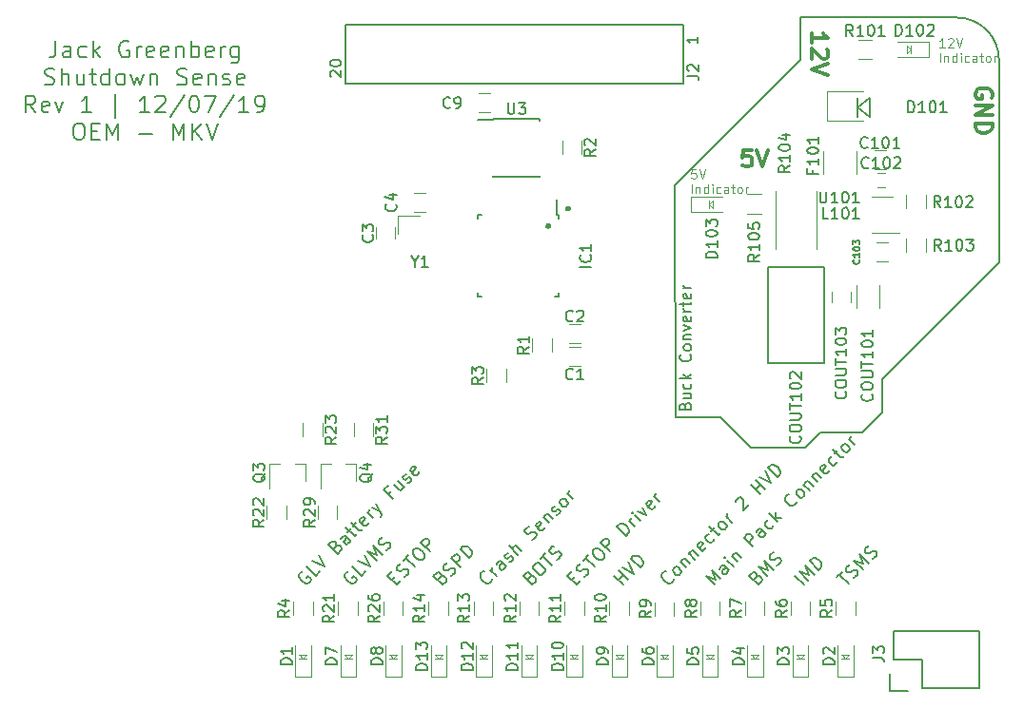
<source format=gto>
G04 #@! TF.GenerationSoftware,KiCad,Pcbnew,5.1.5-52549c5~84~ubuntu18.04.1*
G04 #@! TF.CreationDate,2019-12-12T20:24:59-05:00*
G04 #@! TF.ProjectId,Shutdown_Sense,53687574-646f-4776-9e5f-53656e73652e,rev?*
G04 #@! TF.SameCoordinates,Original*
G04 #@! TF.FileFunction,Legend,Top*
G04 #@! TF.FilePolarity,Positive*
%FSLAX46Y46*%
G04 Gerber Fmt 4.6, Leading zero omitted, Abs format (unit mm)*
G04 Created by KiCad (PCBNEW 5.1.5-52549c5~84~ubuntu18.04.1) date 2019-12-12 20:24:59*
%MOMM*%
%LPD*%
G04 APERTURE LIST*
%ADD10C,0.150000*%
%ADD11C,0.152400*%
%ADD12C,0.200000*%
%ADD13C,0.100000*%
%ADD14C,0.300000*%
%ADD15C,0.120000*%
%ADD16C,0.500000*%
G04 APERTURE END LIST*
D10*
X175463200Y-77876400D02*
X179171600Y-77876400D01*
X174091600Y-79248000D02*
X175463200Y-77876400D01*
D11*
X176894821Y-90799582D02*
X177356663Y-90337740D01*
X177933965Y-91376884D02*
X177125742Y-90568661D01*
X178357320Y-90876555D02*
X178511267Y-90799582D01*
X178703701Y-90607147D01*
X178742188Y-90491687D01*
X178742188Y-90414713D01*
X178703701Y-90299253D01*
X178626727Y-90222279D01*
X178511267Y-90183793D01*
X178434293Y-90183793D01*
X178318833Y-90222279D01*
X178126399Y-90337740D01*
X178010938Y-90376227D01*
X177933965Y-90376227D01*
X177818504Y-90337740D01*
X177741531Y-90260766D01*
X177703044Y-90145306D01*
X177703044Y-90068332D01*
X177741531Y-89952872D01*
X177933965Y-89760438D01*
X178087912Y-89683464D01*
X179204030Y-90106819D02*
X178395806Y-89298596D01*
X179242516Y-89606490D01*
X178934622Y-88759781D01*
X179742845Y-89568004D01*
X180050739Y-89183135D02*
X180204687Y-89106162D01*
X180397121Y-88913728D01*
X180435607Y-88798267D01*
X180435607Y-88721294D01*
X180397121Y-88605833D01*
X180320147Y-88528860D01*
X180204687Y-88490373D01*
X180127713Y-88490373D01*
X180012253Y-88528860D01*
X179819818Y-88644320D01*
X179704358Y-88682807D01*
X179627384Y-88682807D01*
X179511924Y-88644320D01*
X179434950Y-88567346D01*
X179396464Y-88451886D01*
X179396464Y-88374912D01*
X179434950Y-88259452D01*
X179627384Y-88067018D01*
X179781332Y-87990044D01*
X173957704Y-91492344D02*
X173149481Y-90684121D01*
X174342572Y-91107476D02*
X173534349Y-90299253D01*
X174381059Y-90607147D01*
X174073165Y-89760438D01*
X174881388Y-90568661D01*
X175266256Y-90183793D02*
X174458033Y-89375569D01*
X174650467Y-89183135D01*
X174804414Y-89106162D01*
X174958361Y-89106162D01*
X175073822Y-89144649D01*
X175266256Y-89260109D01*
X175381716Y-89375569D01*
X175497177Y-89568004D01*
X175535664Y-89683464D01*
X175535664Y-89837411D01*
X175458690Y-89991358D01*
X175266256Y-90183793D01*
X169739757Y-90799582D02*
X169893704Y-90722608D01*
X169970678Y-90722608D01*
X170086138Y-90761095D01*
X170201599Y-90876555D01*
X170240086Y-90992016D01*
X170240086Y-91068989D01*
X170201599Y-91184450D01*
X169893704Y-91492344D01*
X169085481Y-90684121D01*
X169354889Y-90414713D01*
X169470349Y-90376227D01*
X169547323Y-90376227D01*
X169662783Y-90414713D01*
X169739757Y-90491687D01*
X169778244Y-90607147D01*
X169778244Y-90684121D01*
X169739757Y-90799582D01*
X169470349Y-91068989D01*
X170701927Y-90684121D02*
X169893704Y-89875898D01*
X170740414Y-90183793D01*
X170432520Y-89337083D01*
X171240743Y-90145306D01*
X171548637Y-89760438D02*
X171702584Y-89683464D01*
X171895018Y-89491030D01*
X171933505Y-89375569D01*
X171933505Y-89298596D01*
X171895018Y-89183135D01*
X171818045Y-89106162D01*
X171702584Y-89067675D01*
X171625611Y-89067675D01*
X171510150Y-89106162D01*
X171317716Y-89221622D01*
X171202256Y-89260109D01*
X171125282Y-89260109D01*
X171009822Y-89221622D01*
X170932848Y-89144649D01*
X170894361Y-89029188D01*
X170894361Y-88952215D01*
X170932848Y-88836754D01*
X171125282Y-88644320D01*
X171279230Y-88567346D01*
X166032904Y-91492344D02*
X165224681Y-90684121D01*
X166071391Y-90992016D01*
X165763497Y-90145306D01*
X166571720Y-90953529D01*
X167302969Y-90222279D02*
X166879614Y-89798924D01*
X166764154Y-89760438D01*
X166648693Y-89798924D01*
X166494746Y-89952872D01*
X166456259Y-90068332D01*
X167264482Y-90183793D02*
X167225995Y-90299253D01*
X167033561Y-90491687D01*
X166918101Y-90530174D01*
X166802641Y-90491687D01*
X166725667Y-90414713D01*
X166687180Y-90299253D01*
X166725667Y-90183793D01*
X166918101Y-89991358D01*
X166956588Y-89875898D01*
X167687837Y-89837411D02*
X167149022Y-89298596D01*
X166879614Y-89029188D02*
X166879614Y-89106162D01*
X166956588Y-89106162D01*
X166956588Y-89029188D01*
X166879614Y-89029188D01*
X166956588Y-89106162D01*
X167533890Y-88913728D02*
X168072705Y-89452543D01*
X167610864Y-88990701D02*
X167610864Y-88913728D01*
X167649350Y-88798267D01*
X167764811Y-88682807D01*
X167880271Y-88644320D01*
X167995732Y-88682807D01*
X168419087Y-89106162D01*
X169419744Y-88105505D02*
X168611521Y-87297282D01*
X168919415Y-86989387D01*
X169034876Y-86950900D01*
X169111849Y-86950900D01*
X169227310Y-86989387D01*
X169342770Y-87104848D01*
X169381257Y-87220308D01*
X169381257Y-87297282D01*
X169342770Y-87412742D01*
X169034876Y-87720637D01*
X170574348Y-86950900D02*
X170150993Y-86527545D01*
X170035533Y-86489059D01*
X169920072Y-86527545D01*
X169766125Y-86681493D01*
X169727638Y-86796953D01*
X170535861Y-86912414D02*
X170497374Y-87027874D01*
X170304940Y-87220308D01*
X170189480Y-87258795D01*
X170074020Y-87220308D01*
X169997046Y-87143334D01*
X169958559Y-87027874D01*
X169997046Y-86912414D01*
X170189480Y-86719979D01*
X170227967Y-86604519D01*
X171267111Y-86181164D02*
X171228624Y-86296625D01*
X171074677Y-86450572D01*
X170959216Y-86489059D01*
X170882243Y-86489059D01*
X170766782Y-86450572D01*
X170535861Y-86219651D01*
X170497374Y-86104190D01*
X170497374Y-86027217D01*
X170535861Y-85911756D01*
X170689809Y-85757809D01*
X170805269Y-85719322D01*
X171651979Y-85873270D02*
X170843756Y-85065047D01*
X171421058Y-85488401D02*
X171959873Y-85565375D01*
X171421058Y-85026560D02*
X171421058Y-85642349D01*
X173306912Y-84064389D02*
X173306912Y-84141363D01*
X173229938Y-84295310D01*
X173152964Y-84372284D01*
X172999017Y-84449258D01*
X172845070Y-84449258D01*
X172729610Y-84410771D01*
X172537175Y-84295310D01*
X172421715Y-84179850D01*
X172306255Y-83987416D01*
X172267768Y-83871955D01*
X172267768Y-83718008D01*
X172344741Y-83564061D01*
X172421715Y-83487087D01*
X172575662Y-83410114D01*
X172652636Y-83410114D01*
X173845727Y-83679521D02*
X173730267Y-83718008D01*
X173653293Y-83718008D01*
X173537833Y-83679521D01*
X173306912Y-83448600D01*
X173268425Y-83333140D01*
X173268425Y-83256166D01*
X173306912Y-83140706D01*
X173422372Y-83025246D01*
X173537833Y-82986759D01*
X173614806Y-82986759D01*
X173730267Y-83025246D01*
X173961188Y-83256166D01*
X173999674Y-83371627D01*
X173999674Y-83448600D01*
X173961188Y-83564061D01*
X173845727Y-83679521D01*
X173922701Y-82524917D02*
X174461516Y-83063732D01*
X173999674Y-82601891D02*
X173999674Y-82524917D01*
X174038161Y-82409457D01*
X174153622Y-82293996D01*
X174269082Y-82255509D01*
X174384542Y-82293996D01*
X174807897Y-82717351D01*
X174653950Y-81793668D02*
X175192766Y-82332483D01*
X174730924Y-81870641D02*
X174730924Y-81793668D01*
X174769411Y-81678207D01*
X174884871Y-81562747D01*
X175000331Y-81524260D01*
X175115792Y-81562747D01*
X175539147Y-81986102D01*
X176193423Y-81254852D02*
X176154936Y-81370313D01*
X176000989Y-81524260D01*
X175885528Y-81562747D01*
X175770068Y-81524260D01*
X175462173Y-81216365D01*
X175423686Y-81100905D01*
X175462173Y-80985444D01*
X175616120Y-80831497D01*
X175731581Y-80793010D01*
X175847041Y-80831497D01*
X175924015Y-80908471D01*
X175616120Y-81370313D01*
X176924672Y-80523603D02*
X176886185Y-80639063D01*
X176732238Y-80793010D01*
X176616778Y-80831497D01*
X176539804Y-80831497D01*
X176424343Y-80793010D01*
X176193423Y-80562090D01*
X176154936Y-80446629D01*
X176154936Y-80369656D01*
X176193423Y-80254195D01*
X176347370Y-80100248D01*
X176462830Y-80061761D01*
X176655264Y-79792353D02*
X176963159Y-79484459D01*
X176501317Y-79407485D02*
X177194080Y-80100248D01*
X177309540Y-80138735D01*
X177425001Y-80100248D01*
X177501974Y-80023274D01*
X177886842Y-79638406D02*
X177771382Y-79676893D01*
X177694408Y-79676893D01*
X177578948Y-79638406D01*
X177348027Y-79407485D01*
X177309540Y-79292025D01*
X177309540Y-79215051D01*
X177348027Y-79099591D01*
X177463487Y-78984130D01*
X177578948Y-78945643D01*
X177655921Y-78945643D01*
X177771382Y-78984130D01*
X178002303Y-79215051D01*
X178040790Y-79330512D01*
X178040790Y-79407485D01*
X178002303Y-79522946D01*
X177886842Y-79638406D01*
X178502631Y-79022617D02*
X177963816Y-78483802D01*
X178117763Y-78637749D02*
X178079276Y-78522289D01*
X178079276Y-78445315D01*
X178117763Y-78329854D01*
X178194737Y-78252881D01*
X162353772Y-90953529D02*
X162353772Y-91030502D01*
X162276799Y-91184450D01*
X162199825Y-91261423D01*
X162045878Y-91338397D01*
X161891931Y-91338397D01*
X161776470Y-91299910D01*
X161584036Y-91184450D01*
X161468576Y-91068989D01*
X161353115Y-90876555D01*
X161314628Y-90761095D01*
X161314628Y-90607147D01*
X161391602Y-90453200D01*
X161468576Y-90376227D01*
X161622523Y-90299253D01*
X161699497Y-90299253D01*
X162892588Y-90568661D02*
X162777127Y-90607147D01*
X162700154Y-90607147D01*
X162584693Y-90568661D01*
X162353772Y-90337740D01*
X162315286Y-90222279D01*
X162315286Y-90145306D01*
X162353772Y-90029845D01*
X162469233Y-89914385D01*
X162584693Y-89875898D01*
X162661667Y-89875898D01*
X162777127Y-89914385D01*
X163008048Y-90145306D01*
X163046535Y-90260766D01*
X163046535Y-90337740D01*
X163008048Y-90453200D01*
X162892588Y-90568661D01*
X162969561Y-89414056D02*
X163508377Y-89952872D01*
X163046535Y-89491030D02*
X163046535Y-89414056D01*
X163085022Y-89298596D01*
X163200482Y-89183135D01*
X163315943Y-89144649D01*
X163431403Y-89183135D01*
X163854758Y-89606490D01*
X163700811Y-88682807D02*
X164239626Y-89221622D01*
X163777784Y-88759781D02*
X163777784Y-88682807D01*
X163816271Y-88567346D01*
X163931732Y-88451886D01*
X164047192Y-88413399D01*
X164162653Y-88451886D01*
X164586007Y-88875241D01*
X165240283Y-88143992D02*
X165201796Y-88259452D01*
X165047849Y-88413399D01*
X164932389Y-88451886D01*
X164816928Y-88413399D01*
X164509034Y-88105505D01*
X164470547Y-87990044D01*
X164509034Y-87874584D01*
X164662981Y-87720637D01*
X164778442Y-87682150D01*
X164893902Y-87720637D01*
X164970876Y-87797610D01*
X164662981Y-88259452D01*
X165971533Y-87412742D02*
X165933046Y-87528203D01*
X165779099Y-87682150D01*
X165663638Y-87720637D01*
X165586665Y-87720637D01*
X165471204Y-87682150D01*
X165240283Y-87451229D01*
X165201796Y-87335768D01*
X165201796Y-87258795D01*
X165240283Y-87143334D01*
X165394231Y-86989387D01*
X165509691Y-86950900D01*
X165702125Y-86681493D02*
X166010020Y-86373598D01*
X165548178Y-86296625D02*
X166240940Y-86989387D01*
X166356401Y-87027874D01*
X166471861Y-86989387D01*
X166548835Y-86912414D01*
X166933703Y-86527545D02*
X166818243Y-86566032D01*
X166741269Y-86566032D01*
X166625809Y-86527545D01*
X166394888Y-86296625D01*
X166356401Y-86181164D01*
X166356401Y-86104190D01*
X166394888Y-85988730D01*
X166510348Y-85873270D01*
X166625809Y-85834783D01*
X166702782Y-85834783D01*
X166818243Y-85873270D01*
X167049163Y-86104190D01*
X167087650Y-86219651D01*
X167087650Y-86296625D01*
X167049163Y-86412085D01*
X166933703Y-86527545D01*
X167549492Y-85911756D02*
X167010677Y-85372941D01*
X167164624Y-85526888D02*
X167126137Y-85411428D01*
X167126137Y-85334454D01*
X167164624Y-85218994D01*
X167241598Y-85142020D01*
X167895873Y-84102876D02*
X167895873Y-84025903D01*
X167934360Y-83910442D01*
X168126794Y-83718008D01*
X168242255Y-83679521D01*
X168319228Y-83679521D01*
X168434689Y-83718008D01*
X168511662Y-83794982D01*
X168588636Y-83948929D01*
X168588636Y-84872613D01*
X169088964Y-84372284D01*
X170051135Y-83410114D02*
X169242912Y-82601891D01*
X169627780Y-82986759D02*
X170089622Y-82524917D01*
X170512977Y-82948272D02*
X169704753Y-82140049D01*
X169974161Y-81870641D02*
X171051792Y-82409457D01*
X170512977Y-81331826D01*
X171590607Y-81870641D02*
X170782384Y-81062418D01*
X170974818Y-80869984D01*
X171128766Y-80793010D01*
X171282713Y-80793010D01*
X171398173Y-80831497D01*
X171590607Y-80946958D01*
X171706068Y-81062418D01*
X171821528Y-81254852D01*
X171860015Y-81370313D01*
X171860015Y-81524260D01*
X171783041Y-81678207D01*
X171590607Y-81870641D01*
X157854104Y-91492344D02*
X157045881Y-90684121D01*
X157430749Y-91068989D02*
X157892591Y-90607147D01*
X158315946Y-91030502D02*
X157507723Y-90222279D01*
X157777131Y-89952872D02*
X158854761Y-90491687D01*
X158315946Y-89414056D01*
X159393577Y-89952872D02*
X158585354Y-89144649D01*
X158777788Y-88952215D01*
X158931735Y-88875241D01*
X159085682Y-88875241D01*
X159201143Y-88913728D01*
X159393577Y-89029188D01*
X159509037Y-89144649D01*
X159624498Y-89337083D01*
X159662984Y-89452543D01*
X159662984Y-89606490D01*
X159586011Y-89760438D01*
X159393577Y-89952872D01*
X153315949Y-91068989D02*
X153585357Y-90799582D01*
X154124172Y-91107476D02*
X153739304Y-91492344D01*
X152931081Y-90684121D01*
X153315949Y-90299253D01*
X154393580Y-90761095D02*
X154547527Y-90684121D01*
X154739961Y-90491687D01*
X154778448Y-90376227D01*
X154778448Y-90299253D01*
X154739961Y-90183793D01*
X154662988Y-90106819D01*
X154547527Y-90068332D01*
X154470554Y-90068332D01*
X154355093Y-90106819D01*
X154162659Y-90222279D01*
X154047199Y-90260766D01*
X153970225Y-90260766D01*
X153854765Y-90222279D01*
X153777791Y-90145306D01*
X153739304Y-90029845D01*
X153739304Y-89952872D01*
X153777791Y-89837411D01*
X153970225Y-89644977D01*
X154124172Y-89568004D01*
X154316606Y-89298596D02*
X154778448Y-88836754D01*
X155355750Y-89875898D02*
X154547527Y-89067675D01*
X155201803Y-88413399D02*
X155355750Y-88259452D01*
X155471211Y-88220965D01*
X155625158Y-88220965D01*
X155817592Y-88336426D01*
X156087000Y-88605833D01*
X156202460Y-88798267D01*
X156202460Y-88952215D01*
X156163973Y-89067675D01*
X156010026Y-89221622D01*
X155894566Y-89260109D01*
X155740618Y-89260109D01*
X155548184Y-89144649D01*
X155278777Y-88875241D01*
X155163316Y-88682807D01*
X155163316Y-88528860D01*
X155201803Y-88413399D01*
X156702789Y-88528860D02*
X155894566Y-87720637D01*
X156202460Y-87412742D01*
X156317921Y-87374255D01*
X156394894Y-87374255D01*
X156510355Y-87412742D01*
X156625815Y-87528203D01*
X156664302Y-87643663D01*
X156664302Y-87720637D01*
X156625815Y-87836097D01*
X156317921Y-88143992D01*
X158126801Y-87104848D02*
X157318578Y-86296625D01*
X157511012Y-86104190D01*
X157664959Y-86027217D01*
X157818906Y-86027217D01*
X157934367Y-86065704D01*
X158126801Y-86181164D01*
X158242261Y-86296625D01*
X158357722Y-86489059D01*
X158396209Y-86604519D01*
X158396209Y-86758466D01*
X158319235Y-86912414D01*
X158126801Y-87104848D01*
X158935024Y-86296625D02*
X158396209Y-85757809D01*
X158550156Y-85911756D02*
X158511669Y-85796296D01*
X158511669Y-85719322D01*
X158550156Y-85603862D01*
X158627129Y-85526888D01*
X159435352Y-85796296D02*
X158896537Y-85257481D01*
X158627129Y-84988073D02*
X158627129Y-85065047D01*
X158704103Y-85065047D01*
X158704103Y-84988073D01*
X158627129Y-84988073D01*
X158704103Y-85065047D01*
X159204432Y-84949586D02*
X159935681Y-85295967D01*
X159589300Y-84564718D01*
X160705417Y-84449258D02*
X160666930Y-84564718D01*
X160512983Y-84718665D01*
X160397523Y-84757152D01*
X160282062Y-84718665D01*
X159974168Y-84410771D01*
X159935681Y-84295310D01*
X159974168Y-84179850D01*
X160128115Y-84025903D01*
X160243575Y-83987416D01*
X160359036Y-84025903D01*
X160436010Y-84102876D01*
X160128115Y-84564718D01*
X161128772Y-84102876D02*
X160589957Y-83564061D01*
X160743904Y-83718008D02*
X160705417Y-83602548D01*
X160705417Y-83525574D01*
X160743904Y-83410114D01*
X160820878Y-83333140D01*
X149622957Y-90799582D02*
X149776904Y-90722608D01*
X149853878Y-90722608D01*
X149969338Y-90761095D01*
X150084799Y-90876555D01*
X150123286Y-90992016D01*
X150123286Y-91068989D01*
X150084799Y-91184450D01*
X149776904Y-91492344D01*
X148968681Y-90684121D01*
X149238089Y-90414713D01*
X149353549Y-90376227D01*
X149430523Y-90376227D01*
X149545983Y-90414713D01*
X149622957Y-90491687D01*
X149661444Y-90607147D01*
X149661444Y-90684121D01*
X149622957Y-90799582D01*
X149353549Y-91068989D01*
X149930852Y-89721951D02*
X150084799Y-89568004D01*
X150200259Y-89529517D01*
X150354206Y-89529517D01*
X150546641Y-89644977D01*
X150816048Y-89914385D01*
X150931509Y-90106819D01*
X150931509Y-90260766D01*
X150893022Y-90376227D01*
X150739075Y-90530174D01*
X150623614Y-90568661D01*
X150469667Y-90568661D01*
X150277233Y-90453200D01*
X150007825Y-90183793D01*
X149892365Y-89991358D01*
X149892365Y-89837411D01*
X149930852Y-89721951D01*
X150508154Y-89144649D02*
X150969995Y-88682807D01*
X151547298Y-89721951D02*
X150739075Y-88913728D01*
X151970653Y-89221622D02*
X152124600Y-89144649D01*
X152317034Y-88952215D01*
X152355521Y-88836754D01*
X152355521Y-88759781D01*
X152317034Y-88644320D01*
X152240060Y-88567346D01*
X152124600Y-88528860D01*
X152047626Y-88528860D01*
X151932166Y-88567346D01*
X151739732Y-88682807D01*
X151624271Y-88721294D01*
X151547298Y-88721294D01*
X151431837Y-88682807D01*
X151354864Y-88605833D01*
X151316377Y-88490373D01*
X151316377Y-88413399D01*
X151354864Y-88297939D01*
X151547298Y-88105505D01*
X151701245Y-88028531D01*
X146199372Y-90953529D02*
X146199372Y-91030502D01*
X146122399Y-91184450D01*
X146045425Y-91261423D01*
X145891478Y-91338397D01*
X145737531Y-91338397D01*
X145622070Y-91299910D01*
X145429636Y-91184450D01*
X145314176Y-91068989D01*
X145198715Y-90876555D01*
X145160228Y-90761095D01*
X145160228Y-90607147D01*
X145237202Y-90453200D01*
X145314176Y-90376227D01*
X145468123Y-90299253D01*
X145545097Y-90299253D01*
X146622727Y-90684121D02*
X146083912Y-90145306D01*
X146237859Y-90299253D02*
X146199372Y-90183793D01*
X146199372Y-90106819D01*
X146237859Y-89991358D01*
X146314833Y-89914385D01*
X147469437Y-89837411D02*
X147046082Y-89414056D01*
X146930622Y-89375569D01*
X146815161Y-89414056D01*
X146661214Y-89568004D01*
X146622727Y-89683464D01*
X147430950Y-89798924D02*
X147392464Y-89914385D01*
X147200030Y-90106819D01*
X147084569Y-90145306D01*
X146969109Y-90106819D01*
X146892135Y-90029845D01*
X146853648Y-89914385D01*
X146892135Y-89798924D01*
X147084569Y-89606490D01*
X147123056Y-89491030D01*
X147777332Y-89452543D02*
X147892792Y-89414056D01*
X148046739Y-89260109D01*
X148085226Y-89144649D01*
X148046739Y-89029188D01*
X148008253Y-88990701D01*
X147892792Y-88952215D01*
X147777332Y-88990701D01*
X147661871Y-89106162D01*
X147546411Y-89144649D01*
X147430950Y-89106162D01*
X147392464Y-89067675D01*
X147353977Y-88952215D01*
X147392464Y-88836754D01*
X147507924Y-88721294D01*
X147623384Y-88682807D01*
X148508581Y-88798267D02*
X147700358Y-87990044D01*
X148854962Y-88451886D02*
X148431607Y-88028531D01*
X148316147Y-87990044D01*
X148200687Y-88028531D01*
X148085226Y-88143992D01*
X148046739Y-88259452D01*
X148046739Y-88336426D01*
X149778646Y-87451229D02*
X149932593Y-87374255D01*
X150125027Y-87181821D01*
X150163514Y-87066361D01*
X150163514Y-86989387D01*
X150125027Y-86873927D01*
X150048054Y-86796953D01*
X149932593Y-86758466D01*
X149855620Y-86758466D01*
X149740159Y-86796953D01*
X149547725Y-86912414D01*
X149432265Y-86950900D01*
X149355291Y-86950900D01*
X149239831Y-86912414D01*
X149162857Y-86835440D01*
X149124370Y-86719979D01*
X149124370Y-86643006D01*
X149162857Y-86527545D01*
X149355291Y-86335111D01*
X149509238Y-86258138D01*
X150894763Y-86335111D02*
X150856277Y-86450572D01*
X150702329Y-86604519D01*
X150586869Y-86643006D01*
X150471409Y-86604519D01*
X150163514Y-86296625D01*
X150125027Y-86181164D01*
X150163514Y-86065704D01*
X150317461Y-85911756D01*
X150432922Y-85873270D01*
X150548382Y-85911756D01*
X150625356Y-85988730D01*
X150317461Y-86450572D01*
X150779303Y-85449915D02*
X151318118Y-85988730D01*
X150856277Y-85526888D02*
X150856277Y-85449915D01*
X150894763Y-85334454D01*
X151010224Y-85218994D01*
X151125684Y-85180507D01*
X151241145Y-85218994D01*
X151664500Y-85642349D01*
X151972394Y-85257481D02*
X152087855Y-85218994D01*
X152241802Y-85065047D01*
X152280289Y-84949586D01*
X152241802Y-84834126D01*
X152203315Y-84795639D01*
X152087855Y-84757152D01*
X151972394Y-84795639D01*
X151856934Y-84911099D01*
X151741473Y-84949586D01*
X151626013Y-84911099D01*
X151587526Y-84872613D01*
X151549039Y-84757152D01*
X151587526Y-84641692D01*
X151702986Y-84526231D01*
X151818447Y-84487744D01*
X152819104Y-84487744D02*
X152703644Y-84526231D01*
X152626670Y-84526231D01*
X152511210Y-84487744D01*
X152280289Y-84256824D01*
X152241802Y-84141363D01*
X152241802Y-84064389D01*
X152280289Y-83948929D01*
X152395749Y-83833469D01*
X152511210Y-83794982D01*
X152588183Y-83794982D01*
X152703644Y-83833469D01*
X152934564Y-84064389D01*
X152973051Y-84179850D01*
X152973051Y-84256824D01*
X152934564Y-84372284D01*
X152819104Y-84487744D01*
X153434893Y-83871955D02*
X152896078Y-83333140D01*
X153050025Y-83487087D02*
X153011538Y-83371627D01*
X153011538Y-83294653D01*
X153050025Y-83179193D01*
X153126999Y-83102219D01*
X141647357Y-90799582D02*
X141801304Y-90722608D01*
X141878278Y-90722608D01*
X141993738Y-90761095D01*
X142109199Y-90876555D01*
X142147686Y-90992016D01*
X142147686Y-91068989D01*
X142109199Y-91184450D01*
X141801304Y-91492344D01*
X140993081Y-90684121D01*
X141262489Y-90414713D01*
X141377949Y-90376227D01*
X141454923Y-90376227D01*
X141570383Y-90414713D01*
X141647357Y-90491687D01*
X141685844Y-90607147D01*
X141685844Y-90684121D01*
X141647357Y-90799582D01*
X141377949Y-91068989D01*
X142532554Y-90684121D02*
X142686501Y-90607147D01*
X142878935Y-90414713D01*
X142917422Y-90299253D01*
X142917422Y-90222279D01*
X142878935Y-90106819D01*
X142801961Y-90029845D01*
X142686501Y-89991358D01*
X142609527Y-89991358D01*
X142494067Y-90029845D01*
X142301633Y-90145306D01*
X142186172Y-90183793D01*
X142109199Y-90183793D01*
X141993738Y-90145306D01*
X141916765Y-90068332D01*
X141878278Y-89952872D01*
X141878278Y-89875898D01*
X141916765Y-89760438D01*
X142109199Y-89568004D01*
X142263146Y-89491030D01*
X143379264Y-89914385D02*
X142571041Y-89106162D01*
X142878935Y-88798267D01*
X142994395Y-88759781D01*
X143071369Y-88759781D01*
X143186830Y-88798267D01*
X143302290Y-88913728D01*
X143340777Y-89029188D01*
X143340777Y-89106162D01*
X143302290Y-89221622D01*
X142994395Y-89529517D01*
X144187487Y-89106162D02*
X143379264Y-88297939D01*
X143571698Y-88105505D01*
X143725645Y-88028531D01*
X143879592Y-88028531D01*
X143995053Y-88067018D01*
X144187487Y-88182478D01*
X144302947Y-88297939D01*
X144418407Y-88490373D01*
X144456894Y-88605833D01*
X144456894Y-88759781D01*
X144379921Y-88913728D01*
X144187487Y-89106162D01*
X137313949Y-91068989D02*
X137583357Y-90799582D01*
X138122172Y-91107476D02*
X137737304Y-91492344D01*
X136929081Y-90684121D01*
X137313949Y-90299253D01*
X138391580Y-90761095D02*
X138545527Y-90684121D01*
X138737961Y-90491687D01*
X138776448Y-90376227D01*
X138776448Y-90299253D01*
X138737961Y-90183793D01*
X138660988Y-90106819D01*
X138545527Y-90068332D01*
X138468554Y-90068332D01*
X138353093Y-90106819D01*
X138160659Y-90222279D01*
X138045199Y-90260766D01*
X137968225Y-90260766D01*
X137852765Y-90222279D01*
X137775791Y-90145306D01*
X137737304Y-90029845D01*
X137737304Y-89952872D01*
X137775791Y-89837411D01*
X137968225Y-89644977D01*
X138122172Y-89568004D01*
X138314606Y-89298596D02*
X138776448Y-88836754D01*
X139353750Y-89875898D02*
X138545527Y-89067675D01*
X139199803Y-88413399D02*
X139353750Y-88259452D01*
X139469211Y-88220965D01*
X139623158Y-88220965D01*
X139815592Y-88336426D01*
X140085000Y-88605833D01*
X140200460Y-88798267D01*
X140200460Y-88952215D01*
X140161973Y-89067675D01*
X140008026Y-89221622D01*
X139892566Y-89260109D01*
X139738618Y-89260109D01*
X139546184Y-89144649D01*
X139276777Y-88875241D01*
X139161316Y-88682807D01*
X139161316Y-88528860D01*
X139199803Y-88413399D01*
X140700789Y-88528860D02*
X139892566Y-87720637D01*
X140200460Y-87412742D01*
X140315921Y-87374255D01*
X140392894Y-87374255D01*
X140508355Y-87412742D01*
X140623815Y-87528203D01*
X140662302Y-87643663D01*
X140662302Y-87720637D01*
X140623815Y-87836097D01*
X140315921Y-88143992D01*
X133428523Y-90299253D02*
X133313063Y-90337740D01*
X133197602Y-90453200D01*
X133120628Y-90607147D01*
X133120628Y-90761095D01*
X133159115Y-90876555D01*
X133274576Y-91068989D01*
X133390036Y-91184450D01*
X133582470Y-91299910D01*
X133697931Y-91338397D01*
X133851878Y-91338397D01*
X134005825Y-91261423D01*
X134082799Y-91184450D01*
X134159772Y-91030502D01*
X134159772Y-90953529D01*
X133890365Y-90684121D01*
X133736417Y-90838068D01*
X134967995Y-90299253D02*
X134583127Y-90684121D01*
X133774904Y-89875898D01*
X134313720Y-89337083D02*
X135391350Y-89875898D01*
X134852535Y-88798267D01*
X135930166Y-89337083D02*
X135121943Y-88528860D01*
X135968653Y-88836754D01*
X135660758Y-87990044D01*
X136468981Y-88798267D01*
X136776876Y-88413399D02*
X136930823Y-88336426D01*
X137123257Y-88143992D01*
X137161744Y-88028531D01*
X137161744Y-87951557D01*
X137123257Y-87836097D01*
X137046283Y-87759123D01*
X136930823Y-87720637D01*
X136853849Y-87720637D01*
X136738389Y-87759123D01*
X136545955Y-87874584D01*
X136430494Y-87913071D01*
X136353521Y-87913071D01*
X136238060Y-87874584D01*
X136161087Y-87797610D01*
X136122600Y-87682150D01*
X136122600Y-87605176D01*
X136161087Y-87489716D01*
X136353521Y-87297282D01*
X136507468Y-87220308D01*
X129364523Y-90299253D02*
X129249063Y-90337740D01*
X129133602Y-90453200D01*
X129056628Y-90607147D01*
X129056628Y-90761095D01*
X129095115Y-90876555D01*
X129210576Y-91068989D01*
X129326036Y-91184450D01*
X129518470Y-91299910D01*
X129633931Y-91338397D01*
X129787878Y-91338397D01*
X129941825Y-91261423D01*
X130018799Y-91184450D01*
X130095772Y-91030502D01*
X130095772Y-90953529D01*
X129826365Y-90684121D01*
X129672417Y-90838068D01*
X130903995Y-90299253D02*
X130519127Y-90684121D01*
X129710904Y-89875898D01*
X130249720Y-89337083D02*
X131327350Y-89875898D01*
X130788535Y-88798267D01*
X132328007Y-88028531D02*
X132481955Y-87951557D01*
X132558928Y-87951557D01*
X132674389Y-87990044D01*
X132789849Y-88105505D01*
X132828336Y-88220965D01*
X132828336Y-88297939D01*
X132789849Y-88413399D01*
X132481955Y-88721294D01*
X131673732Y-87913071D01*
X131943139Y-87643663D01*
X132058600Y-87605176D01*
X132135573Y-87605176D01*
X132251034Y-87643663D01*
X132328007Y-87720637D01*
X132366494Y-87836097D01*
X132366494Y-87913071D01*
X132328007Y-88028531D01*
X132058600Y-88297939D01*
X133636559Y-87566689D02*
X133213204Y-87143334D01*
X133097744Y-87104848D01*
X132982283Y-87143334D01*
X132828336Y-87297282D01*
X132789849Y-87412742D01*
X133598072Y-87528203D02*
X133559585Y-87643663D01*
X133367151Y-87836097D01*
X133251691Y-87874584D01*
X133136231Y-87836097D01*
X133059257Y-87759123D01*
X133020770Y-87643663D01*
X133059257Y-87528203D01*
X133251691Y-87335768D01*
X133290178Y-87220308D01*
X133367151Y-86758466D02*
X133675046Y-86450572D01*
X133213204Y-86373598D02*
X133905967Y-87066361D01*
X134021427Y-87104848D01*
X134136888Y-87066361D01*
X134213861Y-86989387D01*
X133828993Y-86296625D02*
X134136888Y-85988730D01*
X133675046Y-85911756D02*
X134367809Y-86604519D01*
X134483269Y-86643006D01*
X134598729Y-86604519D01*
X134675703Y-86527545D01*
X135214518Y-85911756D02*
X135176032Y-86027217D01*
X135022084Y-86181164D01*
X134906624Y-86219651D01*
X134791163Y-86181164D01*
X134483269Y-85873270D01*
X134444782Y-85757809D01*
X134483269Y-85642349D01*
X134637216Y-85488401D01*
X134752677Y-85449915D01*
X134868137Y-85488401D01*
X134945111Y-85565375D01*
X134637216Y-86027217D01*
X135637873Y-85565375D02*
X135099058Y-85026560D01*
X135253005Y-85180507D02*
X135214518Y-85065047D01*
X135214518Y-84988073D01*
X135253005Y-84872613D01*
X135329979Y-84795639D01*
X135522413Y-84603205D02*
X136253662Y-84949586D01*
X135907281Y-84218337D02*
X136253662Y-84949586D01*
X136369123Y-85218994D01*
X136369123Y-85295967D01*
X136330636Y-85411428D01*
X137215833Y-83140706D02*
X136946425Y-83410114D01*
X137369780Y-83833469D02*
X136561557Y-83025246D01*
X136946425Y-82640377D01*
X137870108Y-82255509D02*
X138408924Y-82794325D01*
X137523727Y-82601891D02*
X137947082Y-83025246D01*
X138062542Y-83063732D01*
X138178003Y-83025246D01*
X138293463Y-82909785D01*
X138331950Y-82794325D01*
X138331950Y-82717351D01*
X138716818Y-82409457D02*
X138832279Y-82370970D01*
X138986226Y-82217022D01*
X139024713Y-82101562D01*
X138986226Y-81986102D01*
X138947739Y-81947615D01*
X138832279Y-81909128D01*
X138716818Y-81947615D01*
X138601358Y-82063075D01*
X138485897Y-82101562D01*
X138370437Y-82063075D01*
X138331950Y-82024588D01*
X138293463Y-81909128D01*
X138331950Y-81793668D01*
X138447411Y-81678207D01*
X138562871Y-81639720D01*
X139717475Y-81408799D02*
X139678989Y-81524260D01*
X139525041Y-81678207D01*
X139409581Y-81716694D01*
X139294120Y-81678207D01*
X138986226Y-81370313D01*
X138947739Y-81254852D01*
X138986226Y-81139392D01*
X139140173Y-80985444D01*
X139255634Y-80946958D01*
X139371094Y-80985444D01*
X139448068Y-81062418D01*
X139140173Y-81524260D01*
D10*
X187553600Y-40944800D02*
G75*
G02X191313143Y-44704343I0J-3759543D01*
G01*
X191313143Y-44704343D02*
X191313143Y-62738000D01*
D12*
X107387428Y-43001571D02*
X107387428Y-44073000D01*
X107316000Y-44287285D01*
X107173142Y-44430142D01*
X106958857Y-44501571D01*
X106816000Y-44501571D01*
X108744571Y-44501571D02*
X108744571Y-43715857D01*
X108673142Y-43573000D01*
X108530285Y-43501571D01*
X108244571Y-43501571D01*
X108101714Y-43573000D01*
X108744571Y-44430142D02*
X108601714Y-44501571D01*
X108244571Y-44501571D01*
X108101714Y-44430142D01*
X108030285Y-44287285D01*
X108030285Y-44144428D01*
X108101714Y-44001571D01*
X108244571Y-43930142D01*
X108601714Y-43930142D01*
X108744571Y-43858714D01*
X110101714Y-44430142D02*
X109958857Y-44501571D01*
X109673142Y-44501571D01*
X109530285Y-44430142D01*
X109458857Y-44358714D01*
X109387428Y-44215857D01*
X109387428Y-43787285D01*
X109458857Y-43644428D01*
X109530285Y-43573000D01*
X109673142Y-43501571D01*
X109958857Y-43501571D01*
X110101714Y-43573000D01*
X110744571Y-44501571D02*
X110744571Y-43001571D01*
X110887428Y-43930142D02*
X111316000Y-44501571D01*
X111316000Y-43501571D02*
X110744571Y-44073000D01*
X113887428Y-43073000D02*
X113744571Y-43001571D01*
X113530285Y-43001571D01*
X113316000Y-43073000D01*
X113173142Y-43215857D01*
X113101714Y-43358714D01*
X113030285Y-43644428D01*
X113030285Y-43858714D01*
X113101714Y-44144428D01*
X113173142Y-44287285D01*
X113316000Y-44430142D01*
X113530285Y-44501571D01*
X113673142Y-44501571D01*
X113887428Y-44430142D01*
X113958857Y-44358714D01*
X113958857Y-43858714D01*
X113673142Y-43858714D01*
X114601714Y-44501571D02*
X114601714Y-43501571D01*
X114601714Y-43787285D02*
X114673142Y-43644428D01*
X114744571Y-43573000D01*
X114887428Y-43501571D01*
X115030285Y-43501571D01*
X116101714Y-44430142D02*
X115958857Y-44501571D01*
X115673142Y-44501571D01*
X115530285Y-44430142D01*
X115458857Y-44287285D01*
X115458857Y-43715857D01*
X115530285Y-43573000D01*
X115673142Y-43501571D01*
X115958857Y-43501571D01*
X116101714Y-43573000D01*
X116173142Y-43715857D01*
X116173142Y-43858714D01*
X115458857Y-44001571D01*
X117387428Y-44430142D02*
X117244571Y-44501571D01*
X116958857Y-44501571D01*
X116816000Y-44430142D01*
X116744571Y-44287285D01*
X116744571Y-43715857D01*
X116816000Y-43573000D01*
X116958857Y-43501571D01*
X117244571Y-43501571D01*
X117387428Y-43573000D01*
X117458857Y-43715857D01*
X117458857Y-43858714D01*
X116744571Y-44001571D01*
X118101714Y-43501571D02*
X118101714Y-44501571D01*
X118101714Y-43644428D02*
X118173142Y-43573000D01*
X118316000Y-43501571D01*
X118530285Y-43501571D01*
X118673142Y-43573000D01*
X118744571Y-43715857D01*
X118744571Y-44501571D01*
X119458857Y-44501571D02*
X119458857Y-43001571D01*
X119458857Y-43573000D02*
X119601714Y-43501571D01*
X119887428Y-43501571D01*
X120030285Y-43573000D01*
X120101714Y-43644428D01*
X120173142Y-43787285D01*
X120173142Y-44215857D01*
X120101714Y-44358714D01*
X120030285Y-44430142D01*
X119887428Y-44501571D01*
X119601714Y-44501571D01*
X119458857Y-44430142D01*
X121387428Y-44430142D02*
X121244571Y-44501571D01*
X120958857Y-44501571D01*
X120816000Y-44430142D01*
X120744571Y-44287285D01*
X120744571Y-43715857D01*
X120816000Y-43573000D01*
X120958857Y-43501571D01*
X121244571Y-43501571D01*
X121387428Y-43573000D01*
X121458857Y-43715857D01*
X121458857Y-43858714D01*
X120744571Y-44001571D01*
X122101714Y-44501571D02*
X122101714Y-43501571D01*
X122101714Y-43787285D02*
X122173142Y-43644428D01*
X122244571Y-43573000D01*
X122387428Y-43501571D01*
X122530285Y-43501571D01*
X123673142Y-43501571D02*
X123673142Y-44715857D01*
X123601714Y-44858714D01*
X123530285Y-44930142D01*
X123387428Y-45001571D01*
X123173142Y-45001571D01*
X123030285Y-44930142D01*
X123673142Y-44430142D02*
X123530285Y-44501571D01*
X123244571Y-44501571D01*
X123101714Y-44430142D01*
X123030285Y-44358714D01*
X122958857Y-44215857D01*
X122958857Y-43787285D01*
X123030285Y-43644428D01*
X123101714Y-43573000D01*
X123244571Y-43501571D01*
X123530285Y-43501571D01*
X123673142Y-43573000D01*
X106423142Y-46880142D02*
X106637428Y-46951571D01*
X106994571Y-46951571D01*
X107137428Y-46880142D01*
X107208857Y-46808714D01*
X107280285Y-46665857D01*
X107280285Y-46523000D01*
X107208857Y-46380142D01*
X107137428Y-46308714D01*
X106994571Y-46237285D01*
X106708857Y-46165857D01*
X106566000Y-46094428D01*
X106494571Y-46023000D01*
X106423142Y-45880142D01*
X106423142Y-45737285D01*
X106494571Y-45594428D01*
X106566000Y-45523000D01*
X106708857Y-45451571D01*
X107066000Y-45451571D01*
X107280285Y-45523000D01*
X107923142Y-46951571D02*
X107923142Y-45451571D01*
X108566000Y-46951571D02*
X108566000Y-46165857D01*
X108494571Y-46023000D01*
X108351714Y-45951571D01*
X108137428Y-45951571D01*
X107994571Y-46023000D01*
X107923142Y-46094428D01*
X109923142Y-45951571D02*
X109923142Y-46951571D01*
X109280285Y-45951571D02*
X109280285Y-46737285D01*
X109351714Y-46880142D01*
X109494571Y-46951571D01*
X109708857Y-46951571D01*
X109851714Y-46880142D01*
X109923142Y-46808714D01*
X110423142Y-45951571D02*
X110994571Y-45951571D01*
X110637428Y-45451571D02*
X110637428Y-46737285D01*
X110708857Y-46880142D01*
X110851714Y-46951571D01*
X110994571Y-46951571D01*
X112137428Y-46951571D02*
X112137428Y-45451571D01*
X112137428Y-46880142D02*
X111994571Y-46951571D01*
X111708857Y-46951571D01*
X111566000Y-46880142D01*
X111494571Y-46808714D01*
X111423142Y-46665857D01*
X111423142Y-46237285D01*
X111494571Y-46094428D01*
X111566000Y-46023000D01*
X111708857Y-45951571D01*
X111994571Y-45951571D01*
X112137428Y-46023000D01*
X113066000Y-46951571D02*
X112923142Y-46880142D01*
X112851714Y-46808714D01*
X112780285Y-46665857D01*
X112780285Y-46237285D01*
X112851714Y-46094428D01*
X112923142Y-46023000D01*
X113066000Y-45951571D01*
X113280285Y-45951571D01*
X113423142Y-46023000D01*
X113494571Y-46094428D01*
X113566000Y-46237285D01*
X113566000Y-46665857D01*
X113494571Y-46808714D01*
X113423142Y-46880142D01*
X113280285Y-46951571D01*
X113066000Y-46951571D01*
X114066000Y-45951571D02*
X114351714Y-46951571D01*
X114637428Y-46237285D01*
X114923142Y-46951571D01*
X115208857Y-45951571D01*
X115780285Y-45951571D02*
X115780285Y-46951571D01*
X115780285Y-46094428D02*
X115851714Y-46023000D01*
X115994571Y-45951571D01*
X116208857Y-45951571D01*
X116351714Y-46023000D01*
X116423142Y-46165857D01*
X116423142Y-46951571D01*
X118208857Y-46880142D02*
X118423142Y-46951571D01*
X118780285Y-46951571D01*
X118923142Y-46880142D01*
X118994571Y-46808714D01*
X119066000Y-46665857D01*
X119066000Y-46523000D01*
X118994571Y-46380142D01*
X118923142Y-46308714D01*
X118780285Y-46237285D01*
X118494571Y-46165857D01*
X118351714Y-46094428D01*
X118280285Y-46023000D01*
X118208857Y-45880142D01*
X118208857Y-45737285D01*
X118280285Y-45594428D01*
X118351714Y-45523000D01*
X118494571Y-45451571D01*
X118851714Y-45451571D01*
X119066000Y-45523000D01*
X120280285Y-46880142D02*
X120137428Y-46951571D01*
X119851714Y-46951571D01*
X119708857Y-46880142D01*
X119637428Y-46737285D01*
X119637428Y-46165857D01*
X119708857Y-46023000D01*
X119851714Y-45951571D01*
X120137428Y-45951571D01*
X120280285Y-46023000D01*
X120351714Y-46165857D01*
X120351714Y-46308714D01*
X119637428Y-46451571D01*
X120994571Y-45951571D02*
X120994571Y-46951571D01*
X120994571Y-46094428D02*
X121066000Y-46023000D01*
X121208857Y-45951571D01*
X121423142Y-45951571D01*
X121566000Y-46023000D01*
X121637428Y-46165857D01*
X121637428Y-46951571D01*
X122280285Y-46880142D02*
X122423142Y-46951571D01*
X122708857Y-46951571D01*
X122851714Y-46880142D01*
X122923142Y-46737285D01*
X122923142Y-46665857D01*
X122851714Y-46523000D01*
X122708857Y-46451571D01*
X122494571Y-46451571D01*
X122351714Y-46380142D01*
X122280285Y-46237285D01*
X122280285Y-46165857D01*
X122351714Y-46023000D01*
X122494571Y-45951571D01*
X122708857Y-45951571D01*
X122851714Y-46023000D01*
X124137428Y-46880142D02*
X123994571Y-46951571D01*
X123708857Y-46951571D01*
X123566000Y-46880142D01*
X123494571Y-46737285D01*
X123494571Y-46165857D01*
X123566000Y-46023000D01*
X123708857Y-45951571D01*
X123994571Y-45951571D01*
X124137428Y-46023000D01*
X124208857Y-46165857D01*
X124208857Y-46308714D01*
X123494571Y-46451571D01*
X105566000Y-49401571D02*
X105066000Y-48687285D01*
X104708857Y-49401571D02*
X104708857Y-47901571D01*
X105280285Y-47901571D01*
X105423142Y-47973000D01*
X105494571Y-48044428D01*
X105566000Y-48187285D01*
X105566000Y-48401571D01*
X105494571Y-48544428D01*
X105423142Y-48615857D01*
X105280285Y-48687285D01*
X104708857Y-48687285D01*
X106780285Y-49330142D02*
X106637428Y-49401571D01*
X106351714Y-49401571D01*
X106208857Y-49330142D01*
X106137428Y-49187285D01*
X106137428Y-48615857D01*
X106208857Y-48473000D01*
X106351714Y-48401571D01*
X106637428Y-48401571D01*
X106780285Y-48473000D01*
X106851714Y-48615857D01*
X106851714Y-48758714D01*
X106137428Y-48901571D01*
X107351714Y-48401571D02*
X107708857Y-49401571D01*
X108066000Y-48401571D01*
X110566000Y-49401571D02*
X109708857Y-49401571D01*
X110137428Y-49401571D02*
X110137428Y-47901571D01*
X109994571Y-48115857D01*
X109851714Y-48258714D01*
X109708857Y-48330142D01*
X112708857Y-49901571D02*
X112708857Y-47758714D01*
X115708857Y-49401571D02*
X114851714Y-49401571D01*
X115280285Y-49401571D02*
X115280285Y-47901571D01*
X115137428Y-48115857D01*
X114994571Y-48258714D01*
X114851714Y-48330142D01*
X116280285Y-48044428D02*
X116351714Y-47973000D01*
X116494571Y-47901571D01*
X116851714Y-47901571D01*
X116994571Y-47973000D01*
X117066000Y-48044428D01*
X117137428Y-48187285D01*
X117137428Y-48330142D01*
X117066000Y-48544428D01*
X116208857Y-49401571D01*
X117137428Y-49401571D01*
X118851714Y-47830142D02*
X117566000Y-49758714D01*
X119637428Y-47901571D02*
X119780285Y-47901571D01*
X119923142Y-47973000D01*
X119994571Y-48044428D01*
X120066000Y-48187285D01*
X120137428Y-48473000D01*
X120137428Y-48830142D01*
X120066000Y-49115857D01*
X119994571Y-49258714D01*
X119923142Y-49330142D01*
X119780285Y-49401571D01*
X119637428Y-49401571D01*
X119494571Y-49330142D01*
X119423142Y-49258714D01*
X119351714Y-49115857D01*
X119280285Y-48830142D01*
X119280285Y-48473000D01*
X119351714Y-48187285D01*
X119423142Y-48044428D01*
X119494571Y-47973000D01*
X119637428Y-47901571D01*
X120637428Y-47901571D02*
X121637428Y-47901571D01*
X120994571Y-49401571D01*
X123280285Y-47830142D02*
X121994571Y-49758714D01*
X124566000Y-49401571D02*
X123708857Y-49401571D01*
X124137428Y-49401571D02*
X124137428Y-47901571D01*
X123994571Y-48115857D01*
X123851714Y-48258714D01*
X123708857Y-48330142D01*
X125280285Y-49401571D02*
X125566000Y-49401571D01*
X125708857Y-49330142D01*
X125780285Y-49258714D01*
X125923142Y-49044428D01*
X125994571Y-48758714D01*
X125994571Y-48187285D01*
X125923142Y-48044428D01*
X125851714Y-47973000D01*
X125708857Y-47901571D01*
X125423142Y-47901571D01*
X125280285Y-47973000D01*
X125208857Y-48044428D01*
X125137428Y-48187285D01*
X125137428Y-48544428D01*
X125208857Y-48687285D01*
X125280285Y-48758714D01*
X125423142Y-48830142D01*
X125708857Y-48830142D01*
X125851714Y-48758714D01*
X125923142Y-48687285D01*
X125994571Y-48544428D01*
X109316000Y-50351571D02*
X109601714Y-50351571D01*
X109744571Y-50423000D01*
X109887428Y-50565857D01*
X109958857Y-50851571D01*
X109958857Y-51351571D01*
X109887428Y-51637285D01*
X109744571Y-51780142D01*
X109601714Y-51851571D01*
X109316000Y-51851571D01*
X109173142Y-51780142D01*
X109030285Y-51637285D01*
X108958857Y-51351571D01*
X108958857Y-50851571D01*
X109030285Y-50565857D01*
X109173142Y-50423000D01*
X109316000Y-50351571D01*
X110601714Y-51065857D02*
X111101714Y-51065857D01*
X111316000Y-51851571D02*
X110601714Y-51851571D01*
X110601714Y-50351571D01*
X111316000Y-50351571D01*
X111958857Y-51851571D02*
X111958857Y-50351571D01*
X112458857Y-51423000D01*
X112958857Y-50351571D01*
X112958857Y-51851571D01*
X114816000Y-51280142D02*
X115958857Y-51280142D01*
X117815999Y-51851571D02*
X117815999Y-50351571D01*
X118315999Y-51423000D01*
X118815999Y-50351571D01*
X118815999Y-51851571D01*
X119530285Y-51851571D02*
X119530285Y-50351571D01*
X120387428Y-51851571D02*
X119744571Y-50994428D01*
X120387428Y-50351571D02*
X119530285Y-51208714D01*
X120816000Y-50351571D02*
X121316000Y-51851571D01*
X121816000Y-50351571D01*
D10*
X173634400Y-44755200D02*
X173634400Y-40949200D01*
X162509200Y-55930800D02*
X173634400Y-44755200D01*
X162534400Y-76555200D02*
X162509200Y-55930800D01*
X163534400Y-76555200D02*
X162534400Y-76555200D01*
X166534400Y-76555200D02*
X163534400Y-76555200D01*
X169265600Y-79248000D02*
X166534400Y-76555200D01*
X174091600Y-79248000D02*
X169265600Y-79248000D01*
X180902400Y-76155200D02*
X179171600Y-77876400D01*
X180902400Y-73155200D02*
X180902400Y-76155200D01*
X191313143Y-62738000D02*
X180902400Y-73155200D01*
D13*
X164364828Y-54487104D02*
X163983876Y-54487104D01*
X163945780Y-54868057D01*
X163983876Y-54829961D01*
X164060066Y-54791866D01*
X164250542Y-54791866D01*
X164326733Y-54829961D01*
X164364828Y-54868057D01*
X164402923Y-54944247D01*
X164402923Y-55134723D01*
X164364828Y-55210914D01*
X164326733Y-55249009D01*
X164250542Y-55287104D01*
X164060066Y-55287104D01*
X163983876Y-55249009D01*
X163945780Y-55210914D01*
X164631495Y-54487104D02*
X164898161Y-55287104D01*
X165164828Y-54487104D01*
X163983876Y-56587104D02*
X163983876Y-55787104D01*
X164364828Y-56053771D02*
X164364828Y-56587104D01*
X164364828Y-56129961D02*
X164402923Y-56091866D01*
X164479114Y-56053771D01*
X164593400Y-56053771D01*
X164669590Y-56091866D01*
X164707685Y-56168057D01*
X164707685Y-56587104D01*
X165431495Y-56587104D02*
X165431495Y-55787104D01*
X165431495Y-56549009D02*
X165355304Y-56587104D01*
X165202923Y-56587104D01*
X165126733Y-56549009D01*
X165088638Y-56510914D01*
X165050542Y-56434723D01*
X165050542Y-56206152D01*
X165088638Y-56129961D01*
X165126733Y-56091866D01*
X165202923Y-56053771D01*
X165355304Y-56053771D01*
X165431495Y-56091866D01*
X165812447Y-56587104D02*
X165812447Y-56053771D01*
X165812447Y-55787104D02*
X165774352Y-55825200D01*
X165812447Y-55863295D01*
X165850542Y-55825200D01*
X165812447Y-55787104D01*
X165812447Y-55863295D01*
X166536257Y-56549009D02*
X166460066Y-56587104D01*
X166307685Y-56587104D01*
X166231495Y-56549009D01*
X166193400Y-56510914D01*
X166155304Y-56434723D01*
X166155304Y-56206152D01*
X166193400Y-56129961D01*
X166231495Y-56091866D01*
X166307685Y-56053771D01*
X166460066Y-56053771D01*
X166536257Y-56091866D01*
X167221971Y-56587104D02*
X167221971Y-56168057D01*
X167183876Y-56091866D01*
X167107685Y-56053771D01*
X166955304Y-56053771D01*
X166879114Y-56091866D01*
X167221971Y-56549009D02*
X167145780Y-56587104D01*
X166955304Y-56587104D01*
X166879114Y-56549009D01*
X166841019Y-56472819D01*
X166841019Y-56396628D01*
X166879114Y-56320438D01*
X166955304Y-56282342D01*
X167145780Y-56282342D01*
X167221971Y-56244247D01*
X167488638Y-56053771D02*
X167793400Y-56053771D01*
X167602923Y-55787104D02*
X167602923Y-56472819D01*
X167641019Y-56549009D01*
X167717209Y-56587104D01*
X167793400Y-56587104D01*
X168174352Y-56587104D02*
X168098161Y-56549009D01*
X168060066Y-56510914D01*
X168021971Y-56434723D01*
X168021971Y-56206152D01*
X168060066Y-56129961D01*
X168098161Y-56091866D01*
X168174352Y-56053771D01*
X168288638Y-56053771D01*
X168364828Y-56091866D01*
X168402923Y-56129961D01*
X168441019Y-56206152D01*
X168441019Y-56434723D01*
X168402923Y-56510914D01*
X168364828Y-56549009D01*
X168288638Y-56587104D01*
X168174352Y-56587104D01*
X168783876Y-56587104D02*
X168783876Y-56053771D01*
X168783876Y-56206152D02*
X168821971Y-56129961D01*
X168860066Y-56091866D01*
X168936257Y-56053771D01*
X169012447Y-56053771D01*
X186500923Y-43603104D02*
X186043780Y-43603104D01*
X186272352Y-43603104D02*
X186272352Y-42803104D01*
X186196161Y-42917390D01*
X186119971Y-42993580D01*
X186043780Y-43031676D01*
X186805685Y-42879295D02*
X186843780Y-42841200D01*
X186919971Y-42803104D01*
X187110447Y-42803104D01*
X187186638Y-42841200D01*
X187224733Y-42879295D01*
X187262828Y-42955485D01*
X187262828Y-43031676D01*
X187224733Y-43145961D01*
X186767590Y-43603104D01*
X187262828Y-43603104D01*
X187491400Y-42803104D02*
X187758066Y-43603104D01*
X188024733Y-42803104D01*
X186081876Y-44903104D02*
X186081876Y-44103104D01*
X186462828Y-44369771D02*
X186462828Y-44903104D01*
X186462828Y-44445961D02*
X186500923Y-44407866D01*
X186577114Y-44369771D01*
X186691400Y-44369771D01*
X186767590Y-44407866D01*
X186805685Y-44484057D01*
X186805685Y-44903104D01*
X187529495Y-44903104D02*
X187529495Y-44103104D01*
X187529495Y-44865009D02*
X187453304Y-44903104D01*
X187300923Y-44903104D01*
X187224733Y-44865009D01*
X187186638Y-44826914D01*
X187148542Y-44750723D01*
X187148542Y-44522152D01*
X187186638Y-44445961D01*
X187224733Y-44407866D01*
X187300923Y-44369771D01*
X187453304Y-44369771D01*
X187529495Y-44407866D01*
X187910447Y-44903104D02*
X187910447Y-44369771D01*
X187910447Y-44103104D02*
X187872352Y-44141200D01*
X187910447Y-44179295D01*
X187948542Y-44141200D01*
X187910447Y-44103104D01*
X187910447Y-44179295D01*
X188634257Y-44865009D02*
X188558066Y-44903104D01*
X188405685Y-44903104D01*
X188329495Y-44865009D01*
X188291400Y-44826914D01*
X188253304Y-44750723D01*
X188253304Y-44522152D01*
X188291400Y-44445961D01*
X188329495Y-44407866D01*
X188405685Y-44369771D01*
X188558066Y-44369771D01*
X188634257Y-44407866D01*
X189319971Y-44903104D02*
X189319971Y-44484057D01*
X189281876Y-44407866D01*
X189205685Y-44369771D01*
X189053304Y-44369771D01*
X188977114Y-44407866D01*
X189319971Y-44865009D02*
X189243780Y-44903104D01*
X189053304Y-44903104D01*
X188977114Y-44865009D01*
X188939019Y-44788819D01*
X188939019Y-44712628D01*
X188977114Y-44636438D01*
X189053304Y-44598342D01*
X189243780Y-44598342D01*
X189319971Y-44560247D01*
X189586638Y-44369771D02*
X189891400Y-44369771D01*
X189700923Y-44103104D02*
X189700923Y-44788819D01*
X189739019Y-44865009D01*
X189815209Y-44903104D01*
X189891400Y-44903104D01*
X190272352Y-44903104D02*
X190196161Y-44865009D01*
X190158066Y-44826914D01*
X190119971Y-44750723D01*
X190119971Y-44522152D01*
X190158066Y-44445961D01*
X190196161Y-44407866D01*
X190272352Y-44369771D01*
X190386638Y-44369771D01*
X190462828Y-44407866D01*
X190500923Y-44445961D01*
X190539019Y-44522152D01*
X190539019Y-44750723D01*
X190500923Y-44826914D01*
X190462828Y-44865009D01*
X190386638Y-44903104D01*
X190272352Y-44903104D01*
X190881876Y-44903104D02*
X190881876Y-44369771D01*
X190881876Y-44522152D02*
X190919971Y-44445961D01*
X190958066Y-44407866D01*
X191034257Y-44369771D01*
X191110447Y-44369771D01*
D10*
X187553600Y-40949200D02*
X173614400Y-40949200D01*
D14*
X174637328Y-43209128D02*
X174637328Y-42351985D01*
X174637328Y-42780557D02*
X176137328Y-42780557D01*
X175923042Y-42637700D01*
X175780185Y-42494842D01*
X175708757Y-42351985D01*
X175994471Y-43780557D02*
X176065900Y-43851985D01*
X176137328Y-43994842D01*
X176137328Y-44351985D01*
X176065900Y-44494842D01*
X175994471Y-44566271D01*
X175851614Y-44637700D01*
X175708757Y-44637700D01*
X175494471Y-44566271D01*
X174637328Y-43709128D01*
X174637328Y-44637700D01*
X176137328Y-45066271D02*
X174637328Y-45566271D01*
X176137328Y-46066271D01*
X190640400Y-48082342D02*
X190711828Y-47939485D01*
X190711828Y-47725200D01*
X190640400Y-47510914D01*
X190497542Y-47368057D01*
X190354685Y-47296628D01*
X190068971Y-47225200D01*
X189854685Y-47225200D01*
X189568971Y-47296628D01*
X189426114Y-47368057D01*
X189283257Y-47510914D01*
X189211828Y-47725200D01*
X189211828Y-47868057D01*
X189283257Y-48082342D01*
X189354685Y-48153771D01*
X189854685Y-48153771D01*
X189854685Y-47868057D01*
X189211828Y-48796628D02*
X190711828Y-48796628D01*
X189211828Y-49653771D01*
X190711828Y-49653771D01*
X189211828Y-50368057D02*
X190711828Y-50368057D01*
X190711828Y-50725200D01*
X190640400Y-50939485D01*
X190497542Y-51082342D01*
X190354685Y-51153771D01*
X190068971Y-51225200D01*
X189854685Y-51225200D01*
X189568971Y-51153771D01*
X189426114Y-51082342D01*
X189283257Y-50939485D01*
X189211828Y-50725200D01*
X189211828Y-50368057D01*
X169284685Y-52721771D02*
X168570400Y-52721771D01*
X168498971Y-53436057D01*
X168570400Y-53364628D01*
X168713257Y-53293200D01*
X169070400Y-53293200D01*
X169213257Y-53364628D01*
X169284685Y-53436057D01*
X169356114Y-53578914D01*
X169356114Y-53936057D01*
X169284685Y-54078914D01*
X169213257Y-54150342D01*
X169070400Y-54221771D01*
X168713257Y-54221771D01*
X168570400Y-54150342D01*
X168498971Y-54078914D01*
X169784685Y-52721771D02*
X170284685Y-54221771D01*
X170784685Y-52721771D01*
D10*
X163402971Y-75551657D02*
X163450590Y-75408800D01*
X163498209Y-75361180D01*
X163593447Y-75313561D01*
X163736304Y-75313561D01*
X163831542Y-75361180D01*
X163879161Y-75408800D01*
X163926780Y-75504038D01*
X163926780Y-75884990D01*
X162926780Y-75884990D01*
X162926780Y-75551657D01*
X162974400Y-75456419D01*
X163022019Y-75408800D01*
X163117257Y-75361180D01*
X163212495Y-75361180D01*
X163307733Y-75408800D01*
X163355352Y-75456419D01*
X163402971Y-75551657D01*
X163402971Y-75884990D01*
X163260114Y-74456419D02*
X163926780Y-74456419D01*
X163260114Y-74884990D02*
X163783923Y-74884990D01*
X163879161Y-74837371D01*
X163926780Y-74742133D01*
X163926780Y-74599276D01*
X163879161Y-74504038D01*
X163831542Y-74456419D01*
X163879161Y-73551657D02*
X163926780Y-73646895D01*
X163926780Y-73837371D01*
X163879161Y-73932609D01*
X163831542Y-73980228D01*
X163736304Y-74027847D01*
X163450590Y-74027847D01*
X163355352Y-73980228D01*
X163307733Y-73932609D01*
X163260114Y-73837371D01*
X163260114Y-73646895D01*
X163307733Y-73551657D01*
X163926780Y-73123085D02*
X162926780Y-73123085D01*
X163545828Y-73027847D02*
X163926780Y-72742133D01*
X163260114Y-72742133D02*
X163641066Y-73123085D01*
X163831542Y-70980228D02*
X163879161Y-71027847D01*
X163926780Y-71170704D01*
X163926780Y-71265942D01*
X163879161Y-71408800D01*
X163783923Y-71504038D01*
X163688685Y-71551657D01*
X163498209Y-71599276D01*
X163355352Y-71599276D01*
X163164876Y-71551657D01*
X163069638Y-71504038D01*
X162974400Y-71408800D01*
X162926780Y-71265942D01*
X162926780Y-71170704D01*
X162974400Y-71027847D01*
X163022019Y-70980228D01*
X163926780Y-70408800D02*
X163879161Y-70504038D01*
X163831542Y-70551657D01*
X163736304Y-70599276D01*
X163450590Y-70599276D01*
X163355352Y-70551657D01*
X163307733Y-70504038D01*
X163260114Y-70408800D01*
X163260114Y-70265942D01*
X163307733Y-70170704D01*
X163355352Y-70123085D01*
X163450590Y-70075466D01*
X163736304Y-70075466D01*
X163831542Y-70123085D01*
X163879161Y-70170704D01*
X163926780Y-70265942D01*
X163926780Y-70408800D01*
X163260114Y-69646895D02*
X163926780Y-69646895D01*
X163355352Y-69646895D02*
X163307733Y-69599276D01*
X163260114Y-69504038D01*
X163260114Y-69361180D01*
X163307733Y-69265942D01*
X163402971Y-69218323D01*
X163926780Y-69218323D01*
X163260114Y-68837371D02*
X163926780Y-68599276D01*
X163260114Y-68361180D01*
X163879161Y-67599276D02*
X163926780Y-67694514D01*
X163926780Y-67884990D01*
X163879161Y-67980228D01*
X163783923Y-68027847D01*
X163402971Y-68027847D01*
X163307733Y-67980228D01*
X163260114Y-67884990D01*
X163260114Y-67694514D01*
X163307733Y-67599276D01*
X163402971Y-67551657D01*
X163498209Y-67551657D01*
X163593447Y-68027847D01*
X163926780Y-67123085D02*
X163260114Y-67123085D01*
X163450590Y-67123085D02*
X163355352Y-67075466D01*
X163307733Y-67027847D01*
X163260114Y-66932609D01*
X163260114Y-66837371D01*
X163260114Y-66646895D02*
X163260114Y-66265942D01*
X162926780Y-66504038D02*
X163783923Y-66504038D01*
X163879161Y-66456419D01*
X163926780Y-66361180D01*
X163926780Y-66265942D01*
X163879161Y-65551657D02*
X163926780Y-65646895D01*
X163926780Y-65837371D01*
X163879161Y-65932609D01*
X163783923Y-65980228D01*
X163402971Y-65980228D01*
X163307733Y-65932609D01*
X163260114Y-65837371D01*
X163260114Y-65646895D01*
X163307733Y-65551657D01*
X163402971Y-65504038D01*
X163498209Y-65504038D01*
X163593447Y-65980228D01*
X163926780Y-65075466D02*
X163260114Y-65075466D01*
X163450590Y-65075466D02*
X163355352Y-65027847D01*
X163307733Y-64980228D01*
X163260114Y-64884990D01*
X163260114Y-64789752D01*
D15*
X144774264Y-99640800D02*
X144774264Y-96840800D01*
X146174264Y-99640800D02*
X146174264Y-96840800D01*
X144774264Y-99640800D02*
X146174264Y-99640800D01*
D13*
X145474264Y-98040800D02*
X145174264Y-97740800D01*
X145174264Y-97740800D02*
X145124264Y-97690800D01*
X145124264Y-97690800D02*
X145774264Y-97690800D01*
X145824264Y-97690800D02*
X145774264Y-97690800D01*
X145774264Y-97690800D02*
X145824264Y-97690800D01*
X145824264Y-97690800D02*
X145474264Y-98040800D01*
X145474264Y-98040800D02*
X145124264Y-98040800D01*
X145824264Y-98040800D02*
X145474264Y-98040800D01*
X137801600Y-58598000D02*
X137801600Y-60198000D01*
X137801600Y-58598000D02*
X139801600Y-58598000D01*
D10*
X146311800Y-50053000D02*
X144911800Y-50053000D01*
X146311800Y-55153000D02*
X150461800Y-55153000D01*
X146311800Y-50003000D02*
X150461800Y-50003000D01*
X146311800Y-55153000D02*
X146311800Y-55008000D01*
X150461800Y-55153000D02*
X150461800Y-55008000D01*
X150461800Y-50003000D02*
X150461800Y-50148000D01*
X146311800Y-50003000D02*
X146311800Y-50053000D01*
D15*
X178825600Y-42909600D02*
X180025600Y-42909600D01*
X180025600Y-44669600D02*
X178825600Y-44669600D01*
X135652400Y-77073200D02*
X135652400Y-78273200D01*
X133892400Y-78273200D02*
X133892400Y-77073200D01*
X132452000Y-84439200D02*
X132452000Y-85639200D01*
X130692000Y-85639200D02*
X130692000Y-84439200D01*
X131131200Y-77073200D02*
X131131200Y-78273200D01*
X129371200Y-78273200D02*
X129371200Y-77073200D01*
X127930800Y-84439200D02*
X127930800Y-85639200D01*
X126170800Y-85639200D02*
X126170800Y-84439200D01*
X145728800Y-73447200D02*
X145728800Y-72247200D01*
X147488800Y-72247200D02*
X147488800Y-73447200D01*
X154194400Y-51927200D02*
X154194400Y-53127200D01*
X152434400Y-53127200D02*
X152434400Y-51927200D01*
X149792800Y-70704000D02*
X149792800Y-69504000D01*
X151552800Y-69504000D02*
X151552800Y-70704000D01*
X134117200Y-80723200D02*
X134117200Y-82183200D01*
X130957200Y-80723200D02*
X130957200Y-82883200D01*
X130957200Y-80723200D02*
X131887200Y-80723200D01*
X134117200Y-80723200D02*
X133187200Y-80723200D01*
X129596000Y-80723200D02*
X129596000Y-82183200D01*
X126436000Y-80723200D02*
X126436000Y-82883200D01*
X126436000Y-80723200D02*
X127366000Y-80723200D01*
X129596000Y-80723200D02*
X128666000Y-80723200D01*
D10*
X184454800Y-95605600D02*
X181914800Y-95605600D01*
X181914800Y-95605600D02*
X181914800Y-98145600D01*
X181634800Y-100965600D02*
X183184800Y-100965600D01*
X189534800Y-95605600D02*
X184454800Y-95605600D01*
X189534800Y-100685600D02*
X189534800Y-95605600D01*
X184454800Y-98145600D02*
X184454800Y-100685600D01*
X181914800Y-98145600D02*
X184454800Y-98145600D01*
X181634800Y-100965600D02*
X181634800Y-99415600D01*
X184454800Y-100685600D02*
X189534800Y-100685600D01*
X151939200Y-58554200D02*
X151939200Y-57129200D01*
X152164200Y-65804200D02*
X152164200Y-65479200D01*
X144914200Y-65804200D02*
X144914200Y-65479200D01*
X144914200Y-58554200D02*
X144914200Y-58879200D01*
X152164200Y-58554200D02*
X152164200Y-58879200D01*
X144914200Y-58554200D02*
X145239200Y-58554200D01*
X144914200Y-65804200D02*
X145239200Y-65804200D01*
X152164200Y-65804200D02*
X151839200Y-65804200D01*
X152164200Y-58554200D02*
X151939200Y-58554200D01*
D16*
X152984200Y-57962800D02*
G75*
G03X152984200Y-57962800I-50800J0D01*
G01*
X151231600Y-59512200D02*
G75*
G03X151231600Y-59512200I-50800J0D01*
G01*
D15*
X140752598Y-99640800D02*
X140752598Y-96840800D01*
X142152598Y-99640800D02*
X142152598Y-96840800D01*
X140752598Y-99640800D02*
X142152598Y-99640800D01*
D13*
X141452598Y-98040800D02*
X141152598Y-97740800D01*
X141152598Y-97740800D02*
X141102598Y-97690800D01*
X141102598Y-97690800D02*
X141752598Y-97690800D01*
X141802598Y-97690800D02*
X141752598Y-97690800D01*
X141752598Y-97690800D02*
X141802598Y-97690800D01*
X141802598Y-97690800D02*
X141452598Y-98040800D01*
X141452598Y-98040800D02*
X141102598Y-98040800D01*
X141802598Y-98040800D02*
X141452598Y-98040800D01*
D15*
X148795930Y-99640800D02*
X148795930Y-96840800D01*
X150195930Y-99640800D02*
X150195930Y-96840800D01*
X148795930Y-99640800D02*
X150195930Y-99640800D01*
D13*
X149495930Y-98040800D02*
X149195930Y-97740800D01*
X149195930Y-97740800D02*
X149145930Y-97690800D01*
X149145930Y-97690800D02*
X149795930Y-97690800D01*
X149845930Y-97690800D02*
X149795930Y-97690800D01*
X149795930Y-97690800D02*
X149845930Y-97690800D01*
X149845930Y-97690800D02*
X149495930Y-98040800D01*
X149495930Y-98040800D02*
X149145930Y-98040800D01*
X149845930Y-98040800D02*
X149495930Y-98040800D01*
D15*
X152817596Y-99640800D02*
X152817596Y-96840800D01*
X154217596Y-99640800D02*
X154217596Y-96840800D01*
X152817596Y-99640800D02*
X154217596Y-99640800D01*
D13*
X153517596Y-98040800D02*
X153217596Y-97740800D01*
X153217596Y-97740800D02*
X153167596Y-97690800D01*
X153167596Y-97690800D02*
X153817596Y-97690800D01*
X153867596Y-97690800D02*
X153817596Y-97690800D01*
X153817596Y-97690800D02*
X153867596Y-97690800D01*
X153867596Y-97690800D02*
X153517596Y-98040800D01*
X153517596Y-98040800D02*
X153167596Y-98040800D01*
X153867596Y-98040800D02*
X153517596Y-98040800D01*
D15*
X156839262Y-99640800D02*
X156839262Y-96840800D01*
X158239262Y-99640800D02*
X158239262Y-96840800D01*
X156839262Y-99640800D02*
X158239262Y-99640800D01*
D13*
X157539262Y-98040800D02*
X157239262Y-97740800D01*
X157239262Y-97740800D02*
X157189262Y-97690800D01*
X157189262Y-97690800D02*
X157839262Y-97690800D01*
X157889262Y-97690800D02*
X157839262Y-97690800D01*
X157839262Y-97690800D02*
X157889262Y-97690800D01*
X157889262Y-97690800D02*
X157539262Y-98040800D01*
X157539262Y-98040800D02*
X157189262Y-98040800D01*
X157889262Y-98040800D02*
X157539262Y-98040800D01*
D15*
X136730932Y-99640800D02*
X136730932Y-96840800D01*
X138130932Y-99640800D02*
X138130932Y-96840800D01*
X136730932Y-99640800D02*
X138130932Y-99640800D01*
D13*
X137430932Y-98040800D02*
X137130932Y-97740800D01*
X137130932Y-97740800D02*
X137080932Y-97690800D01*
X137080932Y-97690800D02*
X137730932Y-97690800D01*
X137780932Y-97690800D02*
X137730932Y-97690800D01*
X137730932Y-97690800D02*
X137780932Y-97690800D01*
X137780932Y-97690800D02*
X137430932Y-98040800D01*
X137430932Y-98040800D02*
X137080932Y-98040800D01*
X137780932Y-98040800D02*
X137430932Y-98040800D01*
D15*
X132709266Y-99640800D02*
X132709266Y-96840800D01*
X134109266Y-99640800D02*
X134109266Y-96840800D01*
X132709266Y-99640800D02*
X134109266Y-99640800D01*
D13*
X133409266Y-98040800D02*
X133109266Y-97740800D01*
X133109266Y-97740800D02*
X133059266Y-97690800D01*
X133059266Y-97690800D02*
X133709266Y-97690800D01*
X133759266Y-97690800D02*
X133709266Y-97690800D01*
X133709266Y-97690800D02*
X133759266Y-97690800D01*
X133759266Y-97690800D02*
X133409266Y-98040800D01*
X133409266Y-98040800D02*
X133059266Y-98040800D01*
X133759266Y-98040800D02*
X133409266Y-98040800D01*
D15*
X160860928Y-99640800D02*
X160860928Y-96840800D01*
X162260928Y-99640800D02*
X162260928Y-96840800D01*
X160860928Y-99640800D02*
X162260928Y-99640800D01*
D13*
X161560928Y-98040800D02*
X161260928Y-97740800D01*
X161260928Y-97740800D02*
X161210928Y-97690800D01*
X161210928Y-97690800D02*
X161860928Y-97690800D01*
X161910928Y-97690800D02*
X161860928Y-97690800D01*
X161860928Y-97690800D02*
X161910928Y-97690800D01*
X161910928Y-97690800D02*
X161560928Y-98040800D01*
X161560928Y-98040800D02*
X161210928Y-98040800D01*
X161910928Y-98040800D02*
X161560928Y-98040800D01*
D15*
X164882594Y-99640800D02*
X164882594Y-96840800D01*
X166282594Y-99640800D02*
X166282594Y-96840800D01*
X164882594Y-99640800D02*
X166282594Y-99640800D01*
D13*
X165582594Y-98040800D02*
X165282594Y-97740800D01*
X165282594Y-97740800D02*
X165232594Y-97690800D01*
X165232594Y-97690800D02*
X165882594Y-97690800D01*
X165932594Y-97690800D02*
X165882594Y-97690800D01*
X165882594Y-97690800D02*
X165932594Y-97690800D01*
X165932594Y-97690800D02*
X165582594Y-98040800D01*
X165582594Y-98040800D02*
X165232594Y-98040800D01*
X165932594Y-98040800D02*
X165582594Y-98040800D01*
D15*
X168904260Y-99640800D02*
X168904260Y-96840800D01*
X170304260Y-99640800D02*
X170304260Y-96840800D01*
X168904260Y-99640800D02*
X170304260Y-99640800D01*
D13*
X169604260Y-98040800D02*
X169304260Y-97740800D01*
X169304260Y-97740800D02*
X169254260Y-97690800D01*
X169254260Y-97690800D02*
X169904260Y-97690800D01*
X169954260Y-97690800D02*
X169904260Y-97690800D01*
X169904260Y-97690800D02*
X169954260Y-97690800D01*
X169954260Y-97690800D02*
X169604260Y-98040800D01*
X169604260Y-98040800D02*
X169254260Y-98040800D01*
X169954260Y-98040800D02*
X169604260Y-98040800D01*
D15*
X172925926Y-99640800D02*
X172925926Y-96840800D01*
X174325926Y-99640800D02*
X174325926Y-96840800D01*
X172925926Y-99640800D02*
X174325926Y-99640800D01*
D13*
X173625926Y-98040800D02*
X173325926Y-97740800D01*
X173325926Y-97740800D02*
X173275926Y-97690800D01*
X173275926Y-97690800D02*
X173925926Y-97690800D01*
X173975926Y-97690800D02*
X173925926Y-97690800D01*
X173925926Y-97690800D02*
X173975926Y-97690800D01*
X173975926Y-97690800D02*
X173625926Y-98040800D01*
X173625926Y-98040800D02*
X173275926Y-98040800D01*
X173975926Y-98040800D02*
X173625926Y-98040800D01*
D15*
X176947600Y-99640800D02*
X176947600Y-96840800D01*
X178347600Y-99640800D02*
X178347600Y-96840800D01*
X176947600Y-99640800D02*
X178347600Y-99640800D01*
D13*
X177647600Y-98040800D02*
X177347600Y-97740800D01*
X177347600Y-97740800D02*
X177297600Y-97690800D01*
X177297600Y-97690800D02*
X177947600Y-97690800D01*
X177997600Y-97690800D02*
X177947600Y-97690800D01*
X177947600Y-97690800D02*
X177997600Y-97690800D01*
X177997600Y-97690800D02*
X177647600Y-98040800D01*
X177647600Y-98040800D02*
X177297600Y-98040800D01*
X177997600Y-98040800D02*
X177647600Y-98040800D01*
D15*
X128687600Y-99640800D02*
X128687600Y-96840800D01*
X130087600Y-99640800D02*
X130087600Y-96840800D01*
X128687600Y-99640800D02*
X130087600Y-99640800D01*
D13*
X129387600Y-98040800D02*
X129087600Y-97740800D01*
X129087600Y-97740800D02*
X129037600Y-97690800D01*
X129037600Y-97690800D02*
X129687600Y-97690800D01*
X129737600Y-97690800D02*
X129687600Y-97690800D01*
X129687600Y-97690800D02*
X129737600Y-97690800D01*
X129737600Y-97690800D02*
X129387600Y-98040800D01*
X129387600Y-98040800D02*
X129037600Y-98040800D01*
X129737600Y-98040800D02*
X129387600Y-98040800D01*
D15*
X145042000Y-49414800D02*
X146042000Y-49414800D01*
X146042000Y-47714800D02*
X145042000Y-47714800D01*
X140301600Y-56554000D02*
X139301600Y-56554000D01*
X139301600Y-58254000D02*
X140301600Y-58254000D01*
X137552800Y-60647200D02*
X137552800Y-59647200D01*
X135852800Y-59647200D02*
X135852800Y-60647200D01*
X153068400Y-69938000D02*
X154068400Y-69938000D01*
X154068400Y-68238000D02*
X153068400Y-68238000D01*
X153068400Y-72020800D02*
X154068400Y-72020800D01*
X154068400Y-70320800D02*
X153068400Y-70320800D01*
D10*
X133204000Y-41554000D02*
X133204000Y-46854000D01*
X163214000Y-41554000D02*
X163214000Y-46854000D01*
X133204000Y-41554000D02*
X163214000Y-41554000D01*
X133204000Y-46854000D02*
X163214000Y-46854000D01*
D13*
X183484900Y-43419700D02*
X183484900Y-43769700D01*
X183484900Y-43769700D02*
X183484900Y-44119700D01*
X183134900Y-43419700D02*
X183484900Y-43769700D01*
X183134900Y-43469700D02*
X183134900Y-43419700D01*
X183134900Y-43419700D02*
X183134900Y-43469700D01*
X183134900Y-44119700D02*
X183134900Y-43469700D01*
X183184900Y-44069700D02*
X183134900Y-44119700D01*
X183484900Y-43769700D02*
X183184900Y-44069700D01*
D15*
X185084900Y-44469700D02*
X185084900Y-43069700D01*
X185084900Y-43069700D02*
X182284900Y-43069700D01*
X185084900Y-44469700D02*
X182284900Y-44469700D01*
X180403900Y-62691500D02*
X181403900Y-62691500D01*
X181403900Y-60991500D02*
X180403900Y-60991500D01*
X180474400Y-54828000D02*
X181174400Y-54828000D01*
X181174400Y-56028000D02*
X180474400Y-56028000D01*
X181819100Y-56937300D02*
X180019100Y-56937300D01*
X180019100Y-60157300D02*
X182469100Y-60157300D01*
D10*
X170783900Y-63199000D02*
X175783900Y-63199000D01*
X170783900Y-71699000D02*
X170783900Y-63199000D01*
X175783900Y-71699000D02*
X170783900Y-71699000D01*
X175783900Y-63199000D02*
X175783900Y-71699000D01*
D15*
X180653900Y-66818000D02*
X180653900Y-64818000D01*
X178613900Y-64818000D02*
X178613900Y-66818000D01*
X175098820Y-56397900D02*
X175098820Y-61597900D01*
X171458820Y-61597900D02*
X171458820Y-56397900D01*
X184786180Y-60614120D02*
X184786180Y-61814120D01*
X183026180Y-61814120D02*
X183026180Y-60614120D01*
X168934900Y-56689700D02*
X170134900Y-56689700D01*
X170134900Y-58449700D02*
X168934900Y-58449700D01*
X178134400Y-66342000D02*
X178134400Y-65342000D01*
X176434400Y-65342000D02*
X176434400Y-66342000D01*
D13*
X165534900Y-57919700D02*
X165534900Y-57569700D01*
X165534900Y-57569700D02*
X165534900Y-57219700D01*
X165884900Y-57919700D02*
X165534900Y-57569700D01*
X165884900Y-57869700D02*
X165884900Y-57919700D01*
X165884900Y-57919700D02*
X165884900Y-57869700D01*
X165884900Y-57219700D02*
X165884900Y-57869700D01*
X165834900Y-57269700D02*
X165884900Y-57219700D01*
X165534900Y-57569700D02*
X165834900Y-57269700D01*
D15*
X163934900Y-56869700D02*
X163934900Y-58269700D01*
X163934900Y-58269700D02*
X166734900Y-58269700D01*
X163934900Y-56869700D02*
X166734900Y-56869700D01*
X183041420Y-57927920D02*
X183041420Y-56727920D01*
X184801420Y-56727920D02*
X184801420Y-57927920D01*
D12*
X179789400Y-49824000D02*
X178689400Y-48924000D01*
X179789400Y-48124000D02*
X179789400Y-49824000D01*
X178689400Y-48924000D02*
X179789400Y-48124000D01*
X178689400Y-48124000D02*
X178689400Y-49824000D01*
D15*
X176014400Y-47490500D02*
X176014400Y-50157500D01*
X176014400Y-50157500D02*
X179189400Y-50157500D01*
X176014400Y-47490500D02*
X179189400Y-47490500D01*
X181233720Y-52772060D02*
X180233720Y-52772060D01*
X180233720Y-54472060D02*
X181233720Y-54472060D01*
X175677400Y-54840500D02*
X175677400Y-52840500D01*
X178637400Y-52840500D02*
X178637400Y-54840500D01*
X130267600Y-92973600D02*
X130267600Y-94173600D01*
X128507600Y-94173600D02*
X128507600Y-92973600D01*
X176767600Y-94158400D02*
X176767600Y-92958400D01*
X178527600Y-92958400D02*
X178527600Y-94158400D01*
X174514400Y-92973600D02*
X174514400Y-94173600D01*
X172754400Y-94173600D02*
X172754400Y-92973600D01*
X168690400Y-94173600D02*
X168690400Y-92973600D01*
X170450400Y-92973600D02*
X170450400Y-94173600D01*
X166488000Y-92973600D02*
X166488000Y-94173600D01*
X164728000Y-94173600D02*
X164728000Y-92973600D01*
X160664000Y-94224400D02*
X160664000Y-93024400D01*
X162424000Y-93024400D02*
X162424000Y-94224400D01*
X158410800Y-92973600D02*
X158410800Y-94173600D01*
X156650800Y-94173600D02*
X156650800Y-92973600D01*
X152637600Y-94173600D02*
X152637600Y-92973600D01*
X154397600Y-92973600D02*
X154397600Y-94173600D01*
X150384400Y-92973600D02*
X150384400Y-94173600D01*
X148624400Y-94173600D02*
X148624400Y-92973600D01*
X144560400Y-94173600D02*
X144560400Y-92973600D01*
X146320400Y-92973600D02*
X146320400Y-94173600D01*
X140547200Y-94173600D02*
X140547200Y-92973600D01*
X142307200Y-92973600D02*
X142307200Y-94173600D01*
X134280800Y-92973600D02*
X134280800Y-94173600D01*
X132520800Y-94173600D02*
X132520800Y-92973600D01*
X136534000Y-94173600D02*
X136534000Y-92973600D01*
X138294000Y-92973600D02*
X138294000Y-94173600D01*
D10*
X144476644Y-99055085D02*
X143476644Y-99055085D01*
X143476644Y-98816990D01*
X143524264Y-98674133D01*
X143619502Y-98578895D01*
X143714740Y-98531276D01*
X143905216Y-98483657D01*
X144048073Y-98483657D01*
X144238549Y-98531276D01*
X144333787Y-98578895D01*
X144429025Y-98674133D01*
X144476644Y-98816990D01*
X144476644Y-99055085D01*
X144476644Y-97531276D02*
X144476644Y-98102704D01*
X144476644Y-97816990D02*
X143476644Y-97816990D01*
X143619502Y-97912228D01*
X143714740Y-98007466D01*
X143762359Y-98102704D01*
X143571883Y-97150323D02*
X143524264Y-97102704D01*
X143476644Y-97007466D01*
X143476644Y-96769371D01*
X143524264Y-96674133D01*
X143571883Y-96626514D01*
X143667121Y-96578895D01*
X143762359Y-96578895D01*
X143905216Y-96626514D01*
X144476644Y-97197942D01*
X144476644Y-96578895D01*
X139325409Y-62663390D02*
X139325409Y-63139580D01*
X138992076Y-62139580D02*
X139325409Y-62663390D01*
X139658742Y-62139580D01*
X140515885Y-63139580D02*
X139944457Y-63139580D01*
X140230171Y-63139580D02*
X140230171Y-62139580D01*
X140134933Y-62282438D01*
X140039695Y-62377676D01*
X139944457Y-62425295D01*
X147624895Y-48530380D02*
X147624895Y-49339904D01*
X147672514Y-49435142D01*
X147720133Y-49482761D01*
X147815371Y-49530380D01*
X148005847Y-49530380D01*
X148101085Y-49482761D01*
X148148704Y-49435142D01*
X148196323Y-49339904D01*
X148196323Y-48530380D01*
X148577276Y-48530380D02*
X149196323Y-48530380D01*
X148862990Y-48911333D01*
X149005847Y-48911333D01*
X149101085Y-48958952D01*
X149148704Y-49006571D01*
X149196323Y-49101809D01*
X149196323Y-49339904D01*
X149148704Y-49435142D01*
X149101085Y-49482761D01*
X149005847Y-49530380D01*
X148720133Y-49530380D01*
X148624895Y-49482761D01*
X148577276Y-49435142D01*
X178306552Y-42591980D02*
X177973219Y-42115790D01*
X177735123Y-42591980D02*
X177735123Y-41591980D01*
X178116076Y-41591980D01*
X178211314Y-41639600D01*
X178258933Y-41687219D01*
X178306552Y-41782457D01*
X178306552Y-41925314D01*
X178258933Y-42020552D01*
X178211314Y-42068171D01*
X178116076Y-42115790D01*
X177735123Y-42115790D01*
X179258933Y-42591980D02*
X178687504Y-42591980D01*
X178973219Y-42591980D02*
X178973219Y-41591980D01*
X178877980Y-41734838D01*
X178782742Y-41830076D01*
X178687504Y-41877695D01*
X179877980Y-41591980D02*
X179973219Y-41591980D01*
X180068457Y-41639600D01*
X180116076Y-41687219D01*
X180163695Y-41782457D01*
X180211314Y-41972933D01*
X180211314Y-42211028D01*
X180163695Y-42401504D01*
X180116076Y-42496742D01*
X180068457Y-42544361D01*
X179973219Y-42591980D01*
X179877980Y-42591980D01*
X179782742Y-42544361D01*
X179735123Y-42496742D01*
X179687504Y-42401504D01*
X179639885Y-42211028D01*
X179639885Y-41972933D01*
X179687504Y-41782457D01*
X179735123Y-41687219D01*
X179782742Y-41639600D01*
X179877980Y-41591980D01*
X181163695Y-42591980D02*
X180592266Y-42591980D01*
X180877980Y-42591980D02*
X180877980Y-41591980D01*
X180782742Y-41734838D01*
X180687504Y-41830076D01*
X180592266Y-41877695D01*
X136874780Y-78316057D02*
X136398590Y-78649390D01*
X136874780Y-78887485D02*
X135874780Y-78887485D01*
X135874780Y-78506533D01*
X135922400Y-78411295D01*
X135970019Y-78363676D01*
X136065257Y-78316057D01*
X136208114Y-78316057D01*
X136303352Y-78363676D01*
X136350971Y-78411295D01*
X136398590Y-78506533D01*
X136398590Y-78887485D01*
X135874780Y-77982723D02*
X135874780Y-77363676D01*
X136255733Y-77697009D01*
X136255733Y-77554152D01*
X136303352Y-77458914D01*
X136350971Y-77411295D01*
X136446209Y-77363676D01*
X136684304Y-77363676D01*
X136779542Y-77411295D01*
X136827161Y-77458914D01*
X136874780Y-77554152D01*
X136874780Y-77839866D01*
X136827161Y-77935104D01*
X136779542Y-77982723D01*
X136874780Y-76411295D02*
X136874780Y-76982723D01*
X136874780Y-76697009D02*
X135874780Y-76697009D01*
X136017638Y-76792247D01*
X136112876Y-76887485D01*
X136160495Y-76982723D01*
X130449580Y-85682057D02*
X129973390Y-86015390D01*
X130449580Y-86253485D02*
X129449580Y-86253485D01*
X129449580Y-85872533D01*
X129497200Y-85777295D01*
X129544819Y-85729676D01*
X129640057Y-85682057D01*
X129782914Y-85682057D01*
X129878152Y-85729676D01*
X129925771Y-85777295D01*
X129973390Y-85872533D01*
X129973390Y-86253485D01*
X129544819Y-85301104D02*
X129497200Y-85253485D01*
X129449580Y-85158247D01*
X129449580Y-84920152D01*
X129497200Y-84824914D01*
X129544819Y-84777295D01*
X129640057Y-84729676D01*
X129735295Y-84729676D01*
X129878152Y-84777295D01*
X130449580Y-85348723D01*
X130449580Y-84729676D01*
X130449580Y-84253485D02*
X130449580Y-84063009D01*
X130401961Y-83967771D01*
X130354342Y-83920152D01*
X130211485Y-83824914D01*
X130021009Y-83777295D01*
X129640057Y-83777295D01*
X129544819Y-83824914D01*
X129497200Y-83872533D01*
X129449580Y-83967771D01*
X129449580Y-84158247D01*
X129497200Y-84253485D01*
X129544819Y-84301104D01*
X129640057Y-84348723D01*
X129878152Y-84348723D01*
X129973390Y-84301104D01*
X130021009Y-84253485D01*
X130068628Y-84158247D01*
X130068628Y-83967771D01*
X130021009Y-83872533D01*
X129973390Y-83824914D01*
X129878152Y-83777295D01*
X132353580Y-78316057D02*
X131877390Y-78649390D01*
X132353580Y-78887485D02*
X131353580Y-78887485D01*
X131353580Y-78506533D01*
X131401200Y-78411295D01*
X131448819Y-78363676D01*
X131544057Y-78316057D01*
X131686914Y-78316057D01*
X131782152Y-78363676D01*
X131829771Y-78411295D01*
X131877390Y-78506533D01*
X131877390Y-78887485D01*
X131448819Y-77935104D02*
X131401200Y-77887485D01*
X131353580Y-77792247D01*
X131353580Y-77554152D01*
X131401200Y-77458914D01*
X131448819Y-77411295D01*
X131544057Y-77363676D01*
X131639295Y-77363676D01*
X131782152Y-77411295D01*
X132353580Y-77982723D01*
X132353580Y-77363676D01*
X131353580Y-77030342D02*
X131353580Y-76411295D01*
X131734533Y-76744628D01*
X131734533Y-76601771D01*
X131782152Y-76506533D01*
X131829771Y-76458914D01*
X131925009Y-76411295D01*
X132163104Y-76411295D01*
X132258342Y-76458914D01*
X132305961Y-76506533D01*
X132353580Y-76601771D01*
X132353580Y-76887485D01*
X132305961Y-76982723D01*
X132258342Y-77030342D01*
X125928380Y-85682057D02*
X125452190Y-86015390D01*
X125928380Y-86253485D02*
X124928380Y-86253485D01*
X124928380Y-85872533D01*
X124976000Y-85777295D01*
X125023619Y-85729676D01*
X125118857Y-85682057D01*
X125261714Y-85682057D01*
X125356952Y-85729676D01*
X125404571Y-85777295D01*
X125452190Y-85872533D01*
X125452190Y-86253485D01*
X125023619Y-85301104D02*
X124976000Y-85253485D01*
X124928380Y-85158247D01*
X124928380Y-84920152D01*
X124976000Y-84824914D01*
X125023619Y-84777295D01*
X125118857Y-84729676D01*
X125214095Y-84729676D01*
X125356952Y-84777295D01*
X125928380Y-85348723D01*
X125928380Y-84729676D01*
X125023619Y-84348723D02*
X124976000Y-84301104D01*
X124928380Y-84205866D01*
X124928380Y-83967771D01*
X124976000Y-83872533D01*
X125023619Y-83824914D01*
X125118857Y-83777295D01*
X125214095Y-83777295D01*
X125356952Y-83824914D01*
X125928380Y-84396342D01*
X125928380Y-83777295D01*
X145411180Y-73013866D02*
X144934990Y-73347200D01*
X145411180Y-73585295D02*
X144411180Y-73585295D01*
X144411180Y-73204342D01*
X144458800Y-73109104D01*
X144506419Y-73061485D01*
X144601657Y-73013866D01*
X144744514Y-73013866D01*
X144839752Y-73061485D01*
X144887371Y-73109104D01*
X144934990Y-73204342D01*
X144934990Y-73585295D01*
X144411180Y-72680533D02*
X144411180Y-72061485D01*
X144792133Y-72394819D01*
X144792133Y-72251961D01*
X144839752Y-72156723D01*
X144887371Y-72109104D01*
X144982609Y-72061485D01*
X145220704Y-72061485D01*
X145315942Y-72109104D01*
X145363561Y-72156723D01*
X145411180Y-72251961D01*
X145411180Y-72537676D01*
X145363561Y-72632914D01*
X145315942Y-72680533D01*
X155416780Y-52693866D02*
X154940590Y-53027200D01*
X155416780Y-53265295D02*
X154416780Y-53265295D01*
X154416780Y-52884342D01*
X154464400Y-52789104D01*
X154512019Y-52741485D01*
X154607257Y-52693866D01*
X154750114Y-52693866D01*
X154845352Y-52741485D01*
X154892971Y-52789104D01*
X154940590Y-52884342D01*
X154940590Y-53265295D01*
X154512019Y-52312914D02*
X154464400Y-52265295D01*
X154416780Y-52170057D01*
X154416780Y-51931961D01*
X154464400Y-51836723D01*
X154512019Y-51789104D01*
X154607257Y-51741485D01*
X154702495Y-51741485D01*
X154845352Y-51789104D01*
X155416780Y-52360533D01*
X155416780Y-51741485D01*
X149475180Y-70270666D02*
X148998990Y-70604000D01*
X149475180Y-70842095D02*
X148475180Y-70842095D01*
X148475180Y-70461142D01*
X148522800Y-70365904D01*
X148570419Y-70318285D01*
X148665657Y-70270666D01*
X148808514Y-70270666D01*
X148903752Y-70318285D01*
X148951371Y-70365904D01*
X148998990Y-70461142D01*
X148998990Y-70842095D01*
X149475180Y-69318285D02*
X149475180Y-69889714D01*
X149475180Y-69604000D02*
X148475180Y-69604000D01*
X148618038Y-69699238D01*
X148713276Y-69794476D01*
X148760895Y-69889714D01*
X135574019Y-81578438D02*
X135526400Y-81673676D01*
X135431161Y-81768914D01*
X135288304Y-81911771D01*
X135240685Y-82007009D01*
X135240685Y-82102247D01*
X135478780Y-82054628D02*
X135431161Y-82149866D01*
X135335923Y-82245104D01*
X135145447Y-82292723D01*
X134812114Y-82292723D01*
X134621638Y-82245104D01*
X134526400Y-82149866D01*
X134478780Y-82054628D01*
X134478780Y-81864152D01*
X134526400Y-81768914D01*
X134621638Y-81673676D01*
X134812114Y-81626057D01*
X135145447Y-81626057D01*
X135335923Y-81673676D01*
X135431161Y-81768914D01*
X135478780Y-81864152D01*
X135478780Y-82054628D01*
X134812114Y-80768914D02*
X135478780Y-80768914D01*
X134431161Y-81007009D02*
X135145447Y-81245104D01*
X135145447Y-80626057D01*
X126063619Y-81578438D02*
X126016000Y-81673676D01*
X125920761Y-81768914D01*
X125777904Y-81911771D01*
X125730285Y-82007009D01*
X125730285Y-82102247D01*
X125968380Y-82054628D02*
X125920761Y-82149866D01*
X125825523Y-82245104D01*
X125635047Y-82292723D01*
X125301714Y-82292723D01*
X125111238Y-82245104D01*
X125016000Y-82149866D01*
X124968380Y-82054628D01*
X124968380Y-81864152D01*
X125016000Y-81768914D01*
X125111238Y-81673676D01*
X125301714Y-81626057D01*
X125635047Y-81626057D01*
X125825523Y-81673676D01*
X125920761Y-81768914D01*
X125968380Y-81864152D01*
X125968380Y-82054628D01*
X124968380Y-81292723D02*
X124968380Y-80673676D01*
X125349333Y-81007009D01*
X125349333Y-80864152D01*
X125396952Y-80768914D01*
X125444571Y-80721295D01*
X125539809Y-80673676D01*
X125777904Y-80673676D01*
X125873142Y-80721295D01*
X125920761Y-80768914D01*
X125968380Y-80864152D01*
X125968380Y-81149866D01*
X125920761Y-81245104D01*
X125873142Y-81292723D01*
X180097180Y-97970933D02*
X180811466Y-97970933D01*
X180954323Y-98018552D01*
X181049561Y-98113790D01*
X181097180Y-98256647D01*
X181097180Y-98351885D01*
X180097180Y-97589980D02*
X180097180Y-96970933D01*
X180478133Y-97304266D01*
X180478133Y-97161409D01*
X180525752Y-97066171D01*
X180573371Y-97018552D01*
X180668609Y-96970933D01*
X180906704Y-96970933D01*
X181001942Y-97018552D01*
X181049561Y-97066171D01*
X181097180Y-97161409D01*
X181097180Y-97447123D01*
X181049561Y-97542361D01*
X181001942Y-97589980D01*
X155041580Y-63155390D02*
X154041580Y-63155390D01*
X154946342Y-62107771D02*
X154993961Y-62155390D01*
X155041580Y-62298247D01*
X155041580Y-62393485D01*
X154993961Y-62536342D01*
X154898723Y-62631580D01*
X154803485Y-62679200D01*
X154613009Y-62726819D01*
X154470152Y-62726819D01*
X154279676Y-62679200D01*
X154184438Y-62631580D01*
X154089200Y-62536342D01*
X154041580Y-62393485D01*
X154041580Y-62298247D01*
X154089200Y-62155390D01*
X154136819Y-62107771D01*
X155041580Y-61155390D02*
X155041580Y-61726819D01*
X155041580Y-61441104D02*
X154041580Y-61441104D01*
X154184438Y-61536342D01*
X154279676Y-61631580D01*
X154327295Y-61726819D01*
X140454978Y-99055085D02*
X139454978Y-99055085D01*
X139454978Y-98816990D01*
X139502598Y-98674133D01*
X139597836Y-98578895D01*
X139693074Y-98531276D01*
X139883550Y-98483657D01*
X140026407Y-98483657D01*
X140216883Y-98531276D01*
X140312121Y-98578895D01*
X140407359Y-98674133D01*
X140454978Y-98816990D01*
X140454978Y-99055085D01*
X140454978Y-97531276D02*
X140454978Y-98102704D01*
X140454978Y-97816990D02*
X139454978Y-97816990D01*
X139597836Y-97912228D01*
X139693074Y-98007466D01*
X139740693Y-98102704D01*
X139454978Y-97197942D02*
X139454978Y-96578895D01*
X139835931Y-96912228D01*
X139835931Y-96769371D01*
X139883550Y-96674133D01*
X139931169Y-96626514D01*
X140026407Y-96578895D01*
X140264502Y-96578895D01*
X140359740Y-96626514D01*
X140407359Y-96674133D01*
X140454978Y-96769371D01*
X140454978Y-97055085D01*
X140407359Y-97150323D01*
X140359740Y-97197942D01*
X148498310Y-99055085D02*
X147498310Y-99055085D01*
X147498310Y-98816990D01*
X147545930Y-98674133D01*
X147641168Y-98578895D01*
X147736406Y-98531276D01*
X147926882Y-98483657D01*
X148069739Y-98483657D01*
X148260215Y-98531276D01*
X148355453Y-98578895D01*
X148450691Y-98674133D01*
X148498310Y-98816990D01*
X148498310Y-99055085D01*
X148498310Y-97531276D02*
X148498310Y-98102704D01*
X148498310Y-97816990D02*
X147498310Y-97816990D01*
X147641168Y-97912228D01*
X147736406Y-98007466D01*
X147784025Y-98102704D01*
X148498310Y-96578895D02*
X148498310Y-97150323D01*
X148498310Y-96864609D02*
X147498310Y-96864609D01*
X147641168Y-96959847D01*
X147736406Y-97055085D01*
X147784025Y-97150323D01*
X152519976Y-99055085D02*
X151519976Y-99055085D01*
X151519976Y-98816990D01*
X151567596Y-98674133D01*
X151662834Y-98578895D01*
X151758072Y-98531276D01*
X151948548Y-98483657D01*
X152091405Y-98483657D01*
X152281881Y-98531276D01*
X152377119Y-98578895D01*
X152472357Y-98674133D01*
X152519976Y-98816990D01*
X152519976Y-99055085D01*
X152519976Y-97531276D02*
X152519976Y-98102704D01*
X152519976Y-97816990D02*
X151519976Y-97816990D01*
X151662834Y-97912228D01*
X151758072Y-98007466D01*
X151805691Y-98102704D01*
X151519976Y-96912228D02*
X151519976Y-96816990D01*
X151567596Y-96721752D01*
X151615215Y-96674133D01*
X151710453Y-96626514D01*
X151900929Y-96578895D01*
X152139024Y-96578895D01*
X152329500Y-96626514D01*
X152424738Y-96674133D01*
X152472357Y-96721752D01*
X152519976Y-96816990D01*
X152519976Y-96912228D01*
X152472357Y-97007466D01*
X152424738Y-97055085D01*
X152329500Y-97102704D01*
X152139024Y-97150323D01*
X151900929Y-97150323D01*
X151710453Y-97102704D01*
X151615215Y-97055085D01*
X151567596Y-97007466D01*
X151519976Y-96912228D01*
X156541642Y-98578895D02*
X155541642Y-98578895D01*
X155541642Y-98340800D01*
X155589262Y-98197942D01*
X155684500Y-98102704D01*
X155779738Y-98055085D01*
X155970214Y-98007466D01*
X156113071Y-98007466D01*
X156303547Y-98055085D01*
X156398785Y-98102704D01*
X156494023Y-98197942D01*
X156541642Y-98340800D01*
X156541642Y-98578895D01*
X156541642Y-97531276D02*
X156541642Y-97340800D01*
X156494023Y-97245561D01*
X156446404Y-97197942D01*
X156303547Y-97102704D01*
X156113071Y-97055085D01*
X155732119Y-97055085D01*
X155636881Y-97102704D01*
X155589262Y-97150323D01*
X155541642Y-97245561D01*
X155541642Y-97436038D01*
X155589262Y-97531276D01*
X155636881Y-97578895D01*
X155732119Y-97626514D01*
X155970214Y-97626514D01*
X156065452Y-97578895D01*
X156113071Y-97531276D01*
X156160690Y-97436038D01*
X156160690Y-97245561D01*
X156113071Y-97150323D01*
X156065452Y-97102704D01*
X155970214Y-97055085D01*
X136433312Y-98578895D02*
X135433312Y-98578895D01*
X135433312Y-98340800D01*
X135480932Y-98197942D01*
X135576170Y-98102704D01*
X135671408Y-98055085D01*
X135861884Y-98007466D01*
X136004741Y-98007466D01*
X136195217Y-98055085D01*
X136290455Y-98102704D01*
X136385693Y-98197942D01*
X136433312Y-98340800D01*
X136433312Y-98578895D01*
X135861884Y-97436038D02*
X135814265Y-97531276D01*
X135766646Y-97578895D01*
X135671408Y-97626514D01*
X135623789Y-97626514D01*
X135528551Y-97578895D01*
X135480932Y-97531276D01*
X135433312Y-97436038D01*
X135433312Y-97245561D01*
X135480932Y-97150323D01*
X135528551Y-97102704D01*
X135623789Y-97055085D01*
X135671408Y-97055085D01*
X135766646Y-97102704D01*
X135814265Y-97150323D01*
X135861884Y-97245561D01*
X135861884Y-97436038D01*
X135909503Y-97531276D01*
X135957122Y-97578895D01*
X136052360Y-97626514D01*
X136242836Y-97626514D01*
X136338074Y-97578895D01*
X136385693Y-97531276D01*
X136433312Y-97436038D01*
X136433312Y-97245561D01*
X136385693Y-97150323D01*
X136338074Y-97102704D01*
X136242836Y-97055085D01*
X136052360Y-97055085D01*
X135957122Y-97102704D01*
X135909503Y-97150323D01*
X135861884Y-97245561D01*
X132411646Y-98578895D02*
X131411646Y-98578895D01*
X131411646Y-98340800D01*
X131459266Y-98197942D01*
X131554504Y-98102704D01*
X131649742Y-98055085D01*
X131840218Y-98007466D01*
X131983075Y-98007466D01*
X132173551Y-98055085D01*
X132268789Y-98102704D01*
X132364027Y-98197942D01*
X132411646Y-98340800D01*
X132411646Y-98578895D01*
X131411646Y-97674133D02*
X131411646Y-97007466D01*
X132411646Y-97436038D01*
X160563308Y-98578895D02*
X159563308Y-98578895D01*
X159563308Y-98340800D01*
X159610928Y-98197942D01*
X159706166Y-98102704D01*
X159801404Y-98055085D01*
X159991880Y-98007466D01*
X160134737Y-98007466D01*
X160325213Y-98055085D01*
X160420451Y-98102704D01*
X160515689Y-98197942D01*
X160563308Y-98340800D01*
X160563308Y-98578895D01*
X159563308Y-97150323D02*
X159563308Y-97340800D01*
X159610928Y-97436038D01*
X159658547Y-97483657D01*
X159801404Y-97578895D01*
X159991880Y-97626514D01*
X160372832Y-97626514D01*
X160468070Y-97578895D01*
X160515689Y-97531276D01*
X160563308Y-97436038D01*
X160563308Y-97245561D01*
X160515689Y-97150323D01*
X160468070Y-97102704D01*
X160372832Y-97055085D01*
X160134737Y-97055085D01*
X160039499Y-97102704D01*
X159991880Y-97150323D01*
X159944261Y-97245561D01*
X159944261Y-97436038D01*
X159991880Y-97531276D01*
X160039499Y-97578895D01*
X160134737Y-97626514D01*
X164584974Y-98578895D02*
X163584974Y-98578895D01*
X163584974Y-98340800D01*
X163632594Y-98197942D01*
X163727832Y-98102704D01*
X163823070Y-98055085D01*
X164013546Y-98007466D01*
X164156403Y-98007466D01*
X164346879Y-98055085D01*
X164442117Y-98102704D01*
X164537355Y-98197942D01*
X164584974Y-98340800D01*
X164584974Y-98578895D01*
X163584974Y-97102704D02*
X163584974Y-97578895D01*
X164061165Y-97626514D01*
X164013546Y-97578895D01*
X163965927Y-97483657D01*
X163965927Y-97245561D01*
X164013546Y-97150323D01*
X164061165Y-97102704D01*
X164156403Y-97055085D01*
X164394498Y-97055085D01*
X164489736Y-97102704D01*
X164537355Y-97150323D01*
X164584974Y-97245561D01*
X164584974Y-97483657D01*
X164537355Y-97578895D01*
X164489736Y-97626514D01*
X168606640Y-98578895D02*
X167606640Y-98578895D01*
X167606640Y-98340800D01*
X167654260Y-98197942D01*
X167749498Y-98102704D01*
X167844736Y-98055085D01*
X168035212Y-98007466D01*
X168178069Y-98007466D01*
X168368545Y-98055085D01*
X168463783Y-98102704D01*
X168559021Y-98197942D01*
X168606640Y-98340800D01*
X168606640Y-98578895D01*
X167939974Y-97150323D02*
X168606640Y-97150323D01*
X167559021Y-97388419D02*
X168273307Y-97626514D01*
X168273307Y-97007466D01*
X172628306Y-98578895D02*
X171628306Y-98578895D01*
X171628306Y-98340800D01*
X171675926Y-98197942D01*
X171771164Y-98102704D01*
X171866402Y-98055085D01*
X172056878Y-98007466D01*
X172199735Y-98007466D01*
X172390211Y-98055085D01*
X172485449Y-98102704D01*
X172580687Y-98197942D01*
X172628306Y-98340800D01*
X172628306Y-98578895D01*
X171628306Y-97674133D02*
X171628306Y-97055085D01*
X172009259Y-97388419D01*
X172009259Y-97245561D01*
X172056878Y-97150323D01*
X172104497Y-97102704D01*
X172199735Y-97055085D01*
X172437830Y-97055085D01*
X172533068Y-97102704D01*
X172580687Y-97150323D01*
X172628306Y-97245561D01*
X172628306Y-97531276D01*
X172580687Y-97626514D01*
X172533068Y-97674133D01*
X176649980Y-98578895D02*
X175649980Y-98578895D01*
X175649980Y-98340800D01*
X175697600Y-98197942D01*
X175792838Y-98102704D01*
X175888076Y-98055085D01*
X176078552Y-98007466D01*
X176221409Y-98007466D01*
X176411885Y-98055085D01*
X176507123Y-98102704D01*
X176602361Y-98197942D01*
X176649980Y-98340800D01*
X176649980Y-98578895D01*
X175745219Y-97626514D02*
X175697600Y-97578895D01*
X175649980Y-97483657D01*
X175649980Y-97245561D01*
X175697600Y-97150323D01*
X175745219Y-97102704D01*
X175840457Y-97055085D01*
X175935695Y-97055085D01*
X176078552Y-97102704D01*
X176649980Y-97674133D01*
X176649980Y-97055085D01*
X128389980Y-98578895D02*
X127389980Y-98578895D01*
X127389980Y-98340800D01*
X127437600Y-98197942D01*
X127532838Y-98102704D01*
X127628076Y-98055085D01*
X127818552Y-98007466D01*
X127961409Y-98007466D01*
X128151885Y-98055085D01*
X128247123Y-98102704D01*
X128342361Y-98197942D01*
X128389980Y-98340800D01*
X128389980Y-98578895D01*
X128389980Y-97055085D02*
X128389980Y-97626514D01*
X128389980Y-97340800D02*
X127389980Y-97340800D01*
X127532838Y-97436038D01*
X127628076Y-97531276D01*
X127675695Y-97626514D01*
X142479733Y-48921942D02*
X142432114Y-48969561D01*
X142289257Y-49017180D01*
X142194019Y-49017180D01*
X142051161Y-48969561D01*
X141955923Y-48874323D01*
X141908304Y-48779085D01*
X141860685Y-48588609D01*
X141860685Y-48445752D01*
X141908304Y-48255276D01*
X141955923Y-48160038D01*
X142051161Y-48064800D01*
X142194019Y-48017180D01*
X142289257Y-48017180D01*
X142432114Y-48064800D01*
X142479733Y-48112419D01*
X142955923Y-49017180D02*
X143146400Y-49017180D01*
X143241638Y-48969561D01*
X143289257Y-48921942D01*
X143384495Y-48779085D01*
X143432114Y-48588609D01*
X143432114Y-48207657D01*
X143384495Y-48112419D01*
X143336876Y-48064800D01*
X143241638Y-48017180D01*
X143051161Y-48017180D01*
X142955923Y-48064800D01*
X142908304Y-48112419D01*
X142860685Y-48207657D01*
X142860685Y-48445752D01*
X142908304Y-48540990D01*
X142955923Y-48588609D01*
X143051161Y-48636228D01*
X143241638Y-48636228D01*
X143336876Y-48588609D01*
X143384495Y-48540990D01*
X143432114Y-48445752D01*
X137618742Y-57570666D02*
X137666361Y-57618285D01*
X137713980Y-57761142D01*
X137713980Y-57856380D01*
X137666361Y-57999238D01*
X137571123Y-58094476D01*
X137475885Y-58142095D01*
X137285409Y-58189714D01*
X137142552Y-58189714D01*
X136952076Y-58142095D01*
X136856838Y-58094476D01*
X136761600Y-57999238D01*
X136713980Y-57856380D01*
X136713980Y-57761142D01*
X136761600Y-57618285D01*
X136809219Y-57570666D01*
X137047314Y-56713523D02*
X137713980Y-56713523D01*
X136666361Y-56951619D02*
X137380647Y-57189714D01*
X137380647Y-56570666D01*
X135559942Y-60313866D02*
X135607561Y-60361485D01*
X135655180Y-60504342D01*
X135655180Y-60599580D01*
X135607561Y-60742438D01*
X135512323Y-60837676D01*
X135417085Y-60885295D01*
X135226609Y-60932914D01*
X135083752Y-60932914D01*
X134893276Y-60885295D01*
X134798038Y-60837676D01*
X134702800Y-60742438D01*
X134655180Y-60599580D01*
X134655180Y-60504342D01*
X134702800Y-60361485D01*
X134750419Y-60313866D01*
X134655180Y-59980533D02*
X134655180Y-59361485D01*
X135036133Y-59694819D01*
X135036133Y-59551961D01*
X135083752Y-59456723D01*
X135131371Y-59409104D01*
X135226609Y-59361485D01*
X135464704Y-59361485D01*
X135559942Y-59409104D01*
X135607561Y-59456723D01*
X135655180Y-59551961D01*
X135655180Y-59837676D01*
X135607561Y-59932914D01*
X135559942Y-59980533D01*
X153401733Y-67945142D02*
X153354114Y-67992761D01*
X153211257Y-68040380D01*
X153116019Y-68040380D01*
X152973161Y-67992761D01*
X152877923Y-67897523D01*
X152830304Y-67802285D01*
X152782685Y-67611809D01*
X152782685Y-67468952D01*
X152830304Y-67278476D01*
X152877923Y-67183238D01*
X152973161Y-67088000D01*
X153116019Y-67040380D01*
X153211257Y-67040380D01*
X153354114Y-67088000D01*
X153401733Y-67135619D01*
X153782685Y-67135619D02*
X153830304Y-67088000D01*
X153925542Y-67040380D01*
X154163638Y-67040380D01*
X154258876Y-67088000D01*
X154306495Y-67135619D01*
X154354114Y-67230857D01*
X154354114Y-67326095D01*
X154306495Y-67468952D01*
X153735066Y-68040380D01*
X154354114Y-68040380D01*
X153401733Y-73102742D02*
X153354114Y-73150361D01*
X153211257Y-73197980D01*
X153116019Y-73197980D01*
X152973161Y-73150361D01*
X152877923Y-73055123D01*
X152830304Y-72959885D01*
X152782685Y-72769409D01*
X152782685Y-72626552D01*
X152830304Y-72436076D01*
X152877923Y-72340838D01*
X152973161Y-72245600D01*
X153116019Y-72197980D01*
X153211257Y-72197980D01*
X153354114Y-72245600D01*
X153401733Y-72293219D01*
X154354114Y-73197980D02*
X153782685Y-73197980D01*
X154068400Y-73197980D02*
X154068400Y-72197980D01*
X153973161Y-72340838D01*
X153877923Y-72436076D01*
X153782685Y-72483695D01*
X163599880Y-46124833D02*
X164314166Y-46124833D01*
X164457023Y-46172452D01*
X164552261Y-46267690D01*
X164599880Y-46410547D01*
X164599880Y-46505785D01*
X163695119Y-45696261D02*
X163647500Y-45648642D01*
X163599880Y-45553404D01*
X163599880Y-45315309D01*
X163647500Y-45220071D01*
X163695119Y-45172452D01*
X163790357Y-45124833D01*
X163885595Y-45124833D01*
X164028452Y-45172452D01*
X164599880Y-45743880D01*
X164599880Y-45124833D01*
X131881619Y-46235904D02*
X131834000Y-46188285D01*
X131786380Y-46093047D01*
X131786380Y-45854952D01*
X131834000Y-45759714D01*
X131881619Y-45712095D01*
X131976857Y-45664476D01*
X132072095Y-45664476D01*
X132214952Y-45712095D01*
X132786380Y-46283523D01*
X132786380Y-45664476D01*
X131786380Y-45045428D02*
X131786380Y-44950190D01*
X131834000Y-44854952D01*
X131881619Y-44807333D01*
X131976857Y-44759714D01*
X132167333Y-44712095D01*
X132405428Y-44712095D01*
X132595904Y-44759714D01*
X132691142Y-44807333D01*
X132738761Y-44854952D01*
X132786380Y-44950190D01*
X132786380Y-45045428D01*
X132738761Y-45140666D01*
X132691142Y-45188285D01*
X132595904Y-45235904D01*
X132405428Y-45283523D01*
X132167333Y-45283523D01*
X131976857Y-45235904D01*
X131881619Y-45188285D01*
X131834000Y-45140666D01*
X131786380Y-45045428D01*
X164536380Y-42648285D02*
X164536380Y-43219714D01*
X164536380Y-42934000D02*
X163536380Y-42934000D01*
X163679238Y-43029238D01*
X163774476Y-43124476D01*
X163822095Y-43219714D01*
X182103923Y-42565580D02*
X182103923Y-41565580D01*
X182342019Y-41565580D01*
X182484876Y-41613200D01*
X182580114Y-41708438D01*
X182627733Y-41803676D01*
X182675352Y-41994152D01*
X182675352Y-42137009D01*
X182627733Y-42327485D01*
X182580114Y-42422723D01*
X182484876Y-42517961D01*
X182342019Y-42565580D01*
X182103923Y-42565580D01*
X183627733Y-42565580D02*
X183056304Y-42565580D01*
X183342019Y-42565580D02*
X183342019Y-41565580D01*
X183246780Y-41708438D01*
X183151542Y-41803676D01*
X183056304Y-41851295D01*
X184246780Y-41565580D02*
X184342019Y-41565580D01*
X184437257Y-41613200D01*
X184484876Y-41660819D01*
X184532495Y-41756057D01*
X184580114Y-41946533D01*
X184580114Y-42184628D01*
X184532495Y-42375104D01*
X184484876Y-42470342D01*
X184437257Y-42517961D01*
X184342019Y-42565580D01*
X184246780Y-42565580D01*
X184151542Y-42517961D01*
X184103923Y-42470342D01*
X184056304Y-42375104D01*
X184008685Y-42184628D01*
X184008685Y-41946533D01*
X184056304Y-41756057D01*
X184103923Y-41660819D01*
X184151542Y-41613200D01*
X184246780Y-41565580D01*
X184961066Y-41660819D02*
X185008685Y-41613200D01*
X185103923Y-41565580D01*
X185342019Y-41565580D01*
X185437257Y-41613200D01*
X185484876Y-41660819D01*
X185532495Y-41756057D01*
X185532495Y-41851295D01*
X185484876Y-41994152D01*
X184913447Y-42565580D01*
X185532495Y-42565580D01*
X178874185Y-62516128D02*
X178902757Y-62544700D01*
X178931328Y-62630414D01*
X178931328Y-62687557D01*
X178902757Y-62773271D01*
X178845614Y-62830414D01*
X178788471Y-62858985D01*
X178674185Y-62887557D01*
X178588471Y-62887557D01*
X178474185Y-62858985D01*
X178417042Y-62830414D01*
X178359900Y-62773271D01*
X178331328Y-62687557D01*
X178331328Y-62630414D01*
X178359900Y-62544700D01*
X178388471Y-62516128D01*
X178931328Y-61944700D02*
X178931328Y-62287557D01*
X178931328Y-62116128D02*
X178331328Y-62116128D01*
X178417042Y-62173271D01*
X178474185Y-62230414D01*
X178502757Y-62287557D01*
X178331328Y-61573271D02*
X178331328Y-61516128D01*
X178359900Y-61458985D01*
X178388471Y-61430414D01*
X178445614Y-61401842D01*
X178559900Y-61373271D01*
X178702757Y-61373271D01*
X178817042Y-61401842D01*
X178874185Y-61430414D01*
X178902757Y-61458985D01*
X178931328Y-61516128D01*
X178931328Y-61573271D01*
X178902757Y-61630414D01*
X178874185Y-61658985D01*
X178817042Y-61687557D01*
X178702757Y-61716128D01*
X178559900Y-61716128D01*
X178445614Y-61687557D01*
X178388471Y-61658985D01*
X178359900Y-61630414D01*
X178331328Y-61573271D01*
X178331328Y-61173271D02*
X178331328Y-60801842D01*
X178559900Y-61001842D01*
X178559900Y-60916128D01*
X178588471Y-60858985D01*
X178617042Y-60830414D01*
X178674185Y-60801842D01*
X178817042Y-60801842D01*
X178874185Y-60830414D01*
X178902757Y-60858985D01*
X178931328Y-60916128D01*
X178931328Y-61087557D01*
X178902757Y-61144700D01*
X178874185Y-61173271D01*
X179705352Y-54285142D02*
X179657733Y-54332761D01*
X179514876Y-54380380D01*
X179419638Y-54380380D01*
X179276780Y-54332761D01*
X179181542Y-54237523D01*
X179133923Y-54142285D01*
X179086304Y-53951809D01*
X179086304Y-53808952D01*
X179133923Y-53618476D01*
X179181542Y-53523238D01*
X179276780Y-53428000D01*
X179419638Y-53380380D01*
X179514876Y-53380380D01*
X179657733Y-53428000D01*
X179705352Y-53475619D01*
X180657733Y-54380380D02*
X180086304Y-54380380D01*
X180372019Y-54380380D02*
X180372019Y-53380380D01*
X180276780Y-53523238D01*
X180181542Y-53618476D01*
X180086304Y-53666095D01*
X181276780Y-53380380D02*
X181372019Y-53380380D01*
X181467257Y-53428000D01*
X181514876Y-53475619D01*
X181562495Y-53570857D01*
X181610114Y-53761333D01*
X181610114Y-53999428D01*
X181562495Y-54189904D01*
X181514876Y-54285142D01*
X181467257Y-54332761D01*
X181372019Y-54380380D01*
X181276780Y-54380380D01*
X181181542Y-54332761D01*
X181133923Y-54285142D01*
X181086304Y-54189904D01*
X181038685Y-53999428D01*
X181038685Y-53761333D01*
X181086304Y-53570857D01*
X181133923Y-53475619D01*
X181181542Y-53428000D01*
X181276780Y-53380380D01*
X181991066Y-53475619D02*
X182038685Y-53428000D01*
X182133923Y-53380380D01*
X182372019Y-53380380D01*
X182467257Y-53428000D01*
X182514876Y-53475619D01*
X182562495Y-53570857D01*
X182562495Y-53666095D01*
X182514876Y-53808952D01*
X181943447Y-54380380D01*
X182562495Y-54380380D01*
X175395614Y-56447080D02*
X175395614Y-57256604D01*
X175443233Y-57351842D01*
X175490852Y-57399461D01*
X175586090Y-57447080D01*
X175776566Y-57447080D01*
X175871804Y-57399461D01*
X175919423Y-57351842D01*
X175967042Y-57256604D01*
X175967042Y-56447080D01*
X176967042Y-57447080D02*
X176395614Y-57447080D01*
X176681328Y-57447080D02*
X176681328Y-56447080D01*
X176586090Y-56589938D01*
X176490852Y-56685176D01*
X176395614Y-56732795D01*
X177586090Y-56447080D02*
X177681328Y-56447080D01*
X177776566Y-56494700D01*
X177824185Y-56542319D01*
X177871804Y-56637557D01*
X177919423Y-56828033D01*
X177919423Y-57066128D01*
X177871804Y-57256604D01*
X177824185Y-57351842D01*
X177776566Y-57399461D01*
X177681328Y-57447080D01*
X177586090Y-57447080D01*
X177490852Y-57399461D01*
X177443233Y-57351842D01*
X177395614Y-57256604D01*
X177347995Y-57066128D01*
X177347995Y-56828033D01*
X177395614Y-56637557D01*
X177443233Y-56542319D01*
X177490852Y-56494700D01*
X177586090Y-56447080D01*
X178871804Y-57447080D02*
X178300376Y-57447080D01*
X178586090Y-57447080D02*
X178586090Y-56447080D01*
X178490852Y-56589938D01*
X178395614Y-56685176D01*
X178300376Y-56732795D01*
X173592042Y-78242319D02*
X173639661Y-78289938D01*
X173687280Y-78432795D01*
X173687280Y-78528033D01*
X173639661Y-78670890D01*
X173544423Y-78766128D01*
X173449185Y-78813747D01*
X173258709Y-78861366D01*
X173115852Y-78861366D01*
X172925376Y-78813747D01*
X172830138Y-78766128D01*
X172734900Y-78670890D01*
X172687280Y-78528033D01*
X172687280Y-78432795D01*
X172734900Y-78289938D01*
X172782519Y-78242319D01*
X172687280Y-77623271D02*
X172687280Y-77432795D01*
X172734900Y-77337557D01*
X172830138Y-77242319D01*
X173020614Y-77194700D01*
X173353947Y-77194700D01*
X173544423Y-77242319D01*
X173639661Y-77337557D01*
X173687280Y-77432795D01*
X173687280Y-77623271D01*
X173639661Y-77718509D01*
X173544423Y-77813747D01*
X173353947Y-77861366D01*
X173020614Y-77861366D01*
X172830138Y-77813747D01*
X172734900Y-77718509D01*
X172687280Y-77623271D01*
X172687280Y-76766128D02*
X173496804Y-76766128D01*
X173592042Y-76718509D01*
X173639661Y-76670890D01*
X173687280Y-76575652D01*
X173687280Y-76385176D01*
X173639661Y-76289938D01*
X173592042Y-76242319D01*
X173496804Y-76194700D01*
X172687280Y-76194700D01*
X172687280Y-75861366D02*
X172687280Y-75289938D01*
X173687280Y-75575652D02*
X172687280Y-75575652D01*
X173687280Y-74432795D02*
X173687280Y-75004223D01*
X173687280Y-74718509D02*
X172687280Y-74718509D01*
X172830138Y-74813747D01*
X172925376Y-74908985D01*
X172972995Y-75004223D01*
X172687280Y-73813747D02*
X172687280Y-73718509D01*
X172734900Y-73623271D01*
X172782519Y-73575652D01*
X172877757Y-73528033D01*
X173068233Y-73480414D01*
X173306328Y-73480414D01*
X173496804Y-73528033D01*
X173592042Y-73575652D01*
X173639661Y-73623271D01*
X173687280Y-73718509D01*
X173687280Y-73813747D01*
X173639661Y-73908985D01*
X173592042Y-73956604D01*
X173496804Y-74004223D01*
X173306328Y-74051842D01*
X173068233Y-74051842D01*
X172877757Y-74004223D01*
X172782519Y-73956604D01*
X172734900Y-73908985D01*
X172687280Y-73813747D01*
X172782519Y-73099461D02*
X172734900Y-73051842D01*
X172687280Y-72956604D01*
X172687280Y-72718509D01*
X172734900Y-72623271D01*
X172782519Y-72575652D01*
X172877757Y-72528033D01*
X172972995Y-72528033D01*
X173115852Y-72575652D01*
X173687280Y-73147080D01*
X173687280Y-72528033D01*
X176115852Y-58872080D02*
X175639661Y-58872080D01*
X175639661Y-57872080D01*
X176972995Y-58872080D02*
X176401566Y-58872080D01*
X176687280Y-58872080D02*
X176687280Y-57872080D01*
X176592042Y-58014938D01*
X176496804Y-58110176D01*
X176401566Y-58157795D01*
X177592042Y-57872080D02*
X177687280Y-57872080D01*
X177782519Y-57919700D01*
X177830138Y-57967319D01*
X177877757Y-58062557D01*
X177925376Y-58253033D01*
X177925376Y-58491128D01*
X177877757Y-58681604D01*
X177830138Y-58776842D01*
X177782519Y-58824461D01*
X177687280Y-58872080D01*
X177592042Y-58872080D01*
X177496804Y-58824461D01*
X177449185Y-58776842D01*
X177401566Y-58681604D01*
X177353947Y-58491128D01*
X177353947Y-58253033D01*
X177401566Y-58062557D01*
X177449185Y-57967319D01*
X177496804Y-57919700D01*
X177592042Y-57872080D01*
X178877757Y-58872080D02*
X178306328Y-58872080D01*
X178592042Y-58872080D02*
X178592042Y-57872080D01*
X178496804Y-58014938D01*
X178401566Y-58110176D01*
X178306328Y-58157795D01*
X179992042Y-74492319D02*
X180039661Y-74539938D01*
X180087280Y-74682795D01*
X180087280Y-74778033D01*
X180039661Y-74920890D01*
X179944423Y-75016128D01*
X179849185Y-75063747D01*
X179658709Y-75111366D01*
X179515852Y-75111366D01*
X179325376Y-75063747D01*
X179230138Y-75016128D01*
X179134900Y-74920890D01*
X179087280Y-74778033D01*
X179087280Y-74682795D01*
X179134900Y-74539938D01*
X179182519Y-74492319D01*
X179087280Y-73873271D02*
X179087280Y-73682795D01*
X179134900Y-73587557D01*
X179230138Y-73492319D01*
X179420614Y-73444700D01*
X179753947Y-73444700D01*
X179944423Y-73492319D01*
X180039661Y-73587557D01*
X180087280Y-73682795D01*
X180087280Y-73873271D01*
X180039661Y-73968509D01*
X179944423Y-74063747D01*
X179753947Y-74111366D01*
X179420614Y-74111366D01*
X179230138Y-74063747D01*
X179134900Y-73968509D01*
X179087280Y-73873271D01*
X179087280Y-73016128D02*
X179896804Y-73016128D01*
X179992042Y-72968509D01*
X180039661Y-72920890D01*
X180087280Y-72825652D01*
X180087280Y-72635176D01*
X180039661Y-72539938D01*
X179992042Y-72492319D01*
X179896804Y-72444700D01*
X179087280Y-72444700D01*
X179087280Y-72111366D02*
X179087280Y-71539938D01*
X180087280Y-71825652D02*
X179087280Y-71825652D01*
X180087280Y-70682795D02*
X180087280Y-71254223D01*
X180087280Y-70968509D02*
X179087280Y-70968509D01*
X179230138Y-71063747D01*
X179325376Y-71158985D01*
X179372995Y-71254223D01*
X179087280Y-70063747D02*
X179087280Y-69968509D01*
X179134900Y-69873271D01*
X179182519Y-69825652D01*
X179277757Y-69778033D01*
X179468233Y-69730414D01*
X179706328Y-69730414D01*
X179896804Y-69778033D01*
X179992042Y-69825652D01*
X180039661Y-69873271D01*
X180087280Y-69968509D01*
X180087280Y-70063747D01*
X180039661Y-70158985D01*
X179992042Y-70206604D01*
X179896804Y-70254223D01*
X179706328Y-70301842D01*
X179468233Y-70301842D01*
X179277757Y-70254223D01*
X179182519Y-70206604D01*
X179134900Y-70158985D01*
X179087280Y-70063747D01*
X180087280Y-68778033D02*
X180087280Y-69349461D01*
X180087280Y-69063747D02*
X179087280Y-69063747D01*
X179230138Y-69158985D01*
X179325376Y-69254223D01*
X179372995Y-69349461D01*
X172720280Y-54146747D02*
X172244090Y-54480080D01*
X172720280Y-54718176D02*
X171720280Y-54718176D01*
X171720280Y-54337223D01*
X171767900Y-54241985D01*
X171815519Y-54194366D01*
X171910757Y-54146747D01*
X172053614Y-54146747D01*
X172148852Y-54194366D01*
X172196471Y-54241985D01*
X172244090Y-54337223D01*
X172244090Y-54718176D01*
X172720280Y-53194366D02*
X172720280Y-53765795D01*
X172720280Y-53480080D02*
X171720280Y-53480080D01*
X171863138Y-53575319D01*
X171958376Y-53670557D01*
X172005995Y-53765795D01*
X171720280Y-52575319D02*
X171720280Y-52480080D01*
X171767900Y-52384842D01*
X171815519Y-52337223D01*
X171910757Y-52289604D01*
X172101233Y-52241985D01*
X172339328Y-52241985D01*
X172529804Y-52289604D01*
X172625042Y-52337223D01*
X172672661Y-52384842D01*
X172720280Y-52480080D01*
X172720280Y-52575319D01*
X172672661Y-52670557D01*
X172625042Y-52718176D01*
X172529804Y-52765795D01*
X172339328Y-52813414D01*
X172101233Y-52813414D01*
X171910757Y-52765795D01*
X171815519Y-52718176D01*
X171767900Y-52670557D01*
X171720280Y-52575319D01*
X172053614Y-51384842D02*
X172720280Y-51384842D01*
X171672661Y-51622938D02*
X172386947Y-51861033D01*
X172386947Y-51241985D01*
X186165852Y-61697080D02*
X185832519Y-61220890D01*
X185594423Y-61697080D02*
X185594423Y-60697080D01*
X185975376Y-60697080D01*
X186070614Y-60744700D01*
X186118233Y-60792319D01*
X186165852Y-60887557D01*
X186165852Y-61030414D01*
X186118233Y-61125652D01*
X186070614Y-61173271D01*
X185975376Y-61220890D01*
X185594423Y-61220890D01*
X187118233Y-61697080D02*
X186546804Y-61697080D01*
X186832519Y-61697080D02*
X186832519Y-60697080D01*
X186737280Y-60839938D01*
X186642042Y-60935176D01*
X186546804Y-60982795D01*
X187737280Y-60697080D02*
X187832519Y-60697080D01*
X187927757Y-60744700D01*
X187975376Y-60792319D01*
X188022995Y-60887557D01*
X188070614Y-61078033D01*
X188070614Y-61316128D01*
X188022995Y-61506604D01*
X187975376Y-61601842D01*
X187927757Y-61649461D01*
X187832519Y-61697080D01*
X187737280Y-61697080D01*
X187642042Y-61649461D01*
X187594423Y-61601842D01*
X187546804Y-61506604D01*
X187499185Y-61316128D01*
X187499185Y-61078033D01*
X187546804Y-60887557D01*
X187594423Y-60792319D01*
X187642042Y-60744700D01*
X187737280Y-60697080D01*
X188403947Y-60697080D02*
X189022995Y-60697080D01*
X188689661Y-61078033D01*
X188832519Y-61078033D01*
X188927757Y-61125652D01*
X188975376Y-61173271D01*
X189022995Y-61268509D01*
X189022995Y-61506604D01*
X188975376Y-61601842D01*
X188927757Y-61649461D01*
X188832519Y-61697080D01*
X188546804Y-61697080D01*
X188451566Y-61649461D01*
X188403947Y-61601842D01*
X169987280Y-62063747D02*
X169511090Y-62397080D01*
X169987280Y-62635176D02*
X168987280Y-62635176D01*
X168987280Y-62254223D01*
X169034900Y-62158985D01*
X169082519Y-62111366D01*
X169177757Y-62063747D01*
X169320614Y-62063747D01*
X169415852Y-62111366D01*
X169463471Y-62158985D01*
X169511090Y-62254223D01*
X169511090Y-62635176D01*
X169987280Y-61111366D02*
X169987280Y-61682795D01*
X169987280Y-61397080D02*
X168987280Y-61397080D01*
X169130138Y-61492319D01*
X169225376Y-61587557D01*
X169272995Y-61682795D01*
X168987280Y-60492319D02*
X168987280Y-60397080D01*
X169034900Y-60301842D01*
X169082519Y-60254223D01*
X169177757Y-60206604D01*
X169368233Y-60158985D01*
X169606328Y-60158985D01*
X169796804Y-60206604D01*
X169892042Y-60254223D01*
X169939661Y-60301842D01*
X169987280Y-60397080D01*
X169987280Y-60492319D01*
X169939661Y-60587557D01*
X169892042Y-60635176D01*
X169796804Y-60682795D01*
X169606328Y-60730414D01*
X169368233Y-60730414D01*
X169177757Y-60682795D01*
X169082519Y-60635176D01*
X169034900Y-60587557D01*
X168987280Y-60492319D01*
X168987280Y-59254223D02*
X168987280Y-59730414D01*
X169463471Y-59778033D01*
X169415852Y-59730414D01*
X169368233Y-59635176D01*
X169368233Y-59397080D01*
X169415852Y-59301842D01*
X169463471Y-59254223D01*
X169558709Y-59206604D01*
X169796804Y-59206604D01*
X169892042Y-59254223D01*
X169939661Y-59301842D01*
X169987280Y-59397080D01*
X169987280Y-59635176D01*
X169939661Y-59730414D01*
X169892042Y-59778033D01*
X177642042Y-74267319D02*
X177689661Y-74314938D01*
X177737280Y-74457795D01*
X177737280Y-74553033D01*
X177689661Y-74695890D01*
X177594423Y-74791128D01*
X177499185Y-74838747D01*
X177308709Y-74886366D01*
X177165852Y-74886366D01*
X176975376Y-74838747D01*
X176880138Y-74791128D01*
X176784900Y-74695890D01*
X176737280Y-74553033D01*
X176737280Y-74457795D01*
X176784900Y-74314938D01*
X176832519Y-74267319D01*
X176737280Y-73648271D02*
X176737280Y-73457795D01*
X176784900Y-73362557D01*
X176880138Y-73267319D01*
X177070614Y-73219700D01*
X177403947Y-73219700D01*
X177594423Y-73267319D01*
X177689661Y-73362557D01*
X177737280Y-73457795D01*
X177737280Y-73648271D01*
X177689661Y-73743509D01*
X177594423Y-73838747D01*
X177403947Y-73886366D01*
X177070614Y-73886366D01*
X176880138Y-73838747D01*
X176784900Y-73743509D01*
X176737280Y-73648271D01*
X176737280Y-72791128D02*
X177546804Y-72791128D01*
X177642042Y-72743509D01*
X177689661Y-72695890D01*
X177737280Y-72600652D01*
X177737280Y-72410176D01*
X177689661Y-72314938D01*
X177642042Y-72267319D01*
X177546804Y-72219700D01*
X176737280Y-72219700D01*
X176737280Y-71886366D02*
X176737280Y-71314938D01*
X177737280Y-71600652D02*
X176737280Y-71600652D01*
X177737280Y-70457795D02*
X177737280Y-71029223D01*
X177737280Y-70743509D02*
X176737280Y-70743509D01*
X176880138Y-70838747D01*
X176975376Y-70933985D01*
X177022995Y-71029223D01*
X176737280Y-69838747D02*
X176737280Y-69743509D01*
X176784900Y-69648271D01*
X176832519Y-69600652D01*
X176927757Y-69553033D01*
X177118233Y-69505414D01*
X177356328Y-69505414D01*
X177546804Y-69553033D01*
X177642042Y-69600652D01*
X177689661Y-69648271D01*
X177737280Y-69743509D01*
X177737280Y-69838747D01*
X177689661Y-69933985D01*
X177642042Y-69981604D01*
X177546804Y-70029223D01*
X177356328Y-70076842D01*
X177118233Y-70076842D01*
X176927757Y-70029223D01*
X176832519Y-69981604D01*
X176784900Y-69933985D01*
X176737280Y-69838747D01*
X176737280Y-69172080D02*
X176737280Y-68553033D01*
X177118233Y-68886366D01*
X177118233Y-68743509D01*
X177165852Y-68648271D01*
X177213471Y-68600652D01*
X177308709Y-68553033D01*
X177546804Y-68553033D01*
X177642042Y-68600652D01*
X177689661Y-68648271D01*
X177737280Y-68743509D01*
X177737280Y-69029223D01*
X177689661Y-69124461D01*
X177642042Y-69172080D01*
X166237280Y-62360176D02*
X165237280Y-62360176D01*
X165237280Y-62122080D01*
X165284900Y-61979223D01*
X165380138Y-61883985D01*
X165475376Y-61836366D01*
X165665852Y-61788747D01*
X165808709Y-61788747D01*
X165999185Y-61836366D01*
X166094423Y-61883985D01*
X166189661Y-61979223D01*
X166237280Y-62122080D01*
X166237280Y-62360176D01*
X166237280Y-60836366D02*
X166237280Y-61407795D01*
X166237280Y-61122080D02*
X165237280Y-61122080D01*
X165380138Y-61217319D01*
X165475376Y-61312557D01*
X165522995Y-61407795D01*
X165237280Y-60217319D02*
X165237280Y-60122080D01*
X165284900Y-60026842D01*
X165332519Y-59979223D01*
X165427757Y-59931604D01*
X165618233Y-59883985D01*
X165856328Y-59883985D01*
X166046804Y-59931604D01*
X166142042Y-59979223D01*
X166189661Y-60026842D01*
X166237280Y-60122080D01*
X166237280Y-60217319D01*
X166189661Y-60312557D01*
X166142042Y-60360176D01*
X166046804Y-60407795D01*
X165856328Y-60455414D01*
X165618233Y-60455414D01*
X165427757Y-60407795D01*
X165332519Y-60360176D01*
X165284900Y-60312557D01*
X165237280Y-60217319D01*
X165237280Y-59550652D02*
X165237280Y-58931604D01*
X165618233Y-59264938D01*
X165618233Y-59122080D01*
X165665852Y-59026842D01*
X165713471Y-58979223D01*
X165808709Y-58931604D01*
X166046804Y-58931604D01*
X166142042Y-58979223D01*
X166189661Y-59026842D01*
X166237280Y-59122080D01*
X166237280Y-59407795D01*
X166189661Y-59503033D01*
X166142042Y-59550652D01*
X186115852Y-57847080D02*
X185782519Y-57370890D01*
X185544423Y-57847080D02*
X185544423Y-56847080D01*
X185925376Y-56847080D01*
X186020614Y-56894700D01*
X186068233Y-56942319D01*
X186115852Y-57037557D01*
X186115852Y-57180414D01*
X186068233Y-57275652D01*
X186020614Y-57323271D01*
X185925376Y-57370890D01*
X185544423Y-57370890D01*
X187068233Y-57847080D02*
X186496804Y-57847080D01*
X186782519Y-57847080D02*
X186782519Y-56847080D01*
X186687280Y-56989938D01*
X186592042Y-57085176D01*
X186496804Y-57132795D01*
X187687280Y-56847080D02*
X187782519Y-56847080D01*
X187877757Y-56894700D01*
X187925376Y-56942319D01*
X187972995Y-57037557D01*
X188020614Y-57228033D01*
X188020614Y-57466128D01*
X187972995Y-57656604D01*
X187925376Y-57751842D01*
X187877757Y-57799461D01*
X187782519Y-57847080D01*
X187687280Y-57847080D01*
X187592042Y-57799461D01*
X187544423Y-57751842D01*
X187496804Y-57656604D01*
X187449185Y-57466128D01*
X187449185Y-57228033D01*
X187496804Y-57037557D01*
X187544423Y-56942319D01*
X187592042Y-56894700D01*
X187687280Y-56847080D01*
X188401566Y-56942319D02*
X188449185Y-56894700D01*
X188544423Y-56847080D01*
X188782519Y-56847080D01*
X188877757Y-56894700D01*
X188925376Y-56942319D01*
X188972995Y-57037557D01*
X188972995Y-57132795D01*
X188925376Y-57275652D01*
X188353947Y-57847080D01*
X188972995Y-57847080D01*
X183219423Y-49397080D02*
X183219423Y-48397080D01*
X183457519Y-48397080D01*
X183600376Y-48444700D01*
X183695614Y-48539938D01*
X183743233Y-48635176D01*
X183790852Y-48825652D01*
X183790852Y-48968509D01*
X183743233Y-49158985D01*
X183695614Y-49254223D01*
X183600376Y-49349461D01*
X183457519Y-49397080D01*
X183219423Y-49397080D01*
X184743233Y-49397080D02*
X184171804Y-49397080D01*
X184457519Y-49397080D02*
X184457519Y-48397080D01*
X184362280Y-48539938D01*
X184267042Y-48635176D01*
X184171804Y-48682795D01*
X185362280Y-48397080D02*
X185457519Y-48397080D01*
X185552757Y-48444700D01*
X185600376Y-48492319D01*
X185647995Y-48587557D01*
X185695614Y-48778033D01*
X185695614Y-49016128D01*
X185647995Y-49206604D01*
X185600376Y-49301842D01*
X185552757Y-49349461D01*
X185457519Y-49397080D01*
X185362280Y-49397080D01*
X185267042Y-49349461D01*
X185219423Y-49301842D01*
X185171804Y-49206604D01*
X185124185Y-49016128D01*
X185124185Y-48778033D01*
X185171804Y-48587557D01*
X185219423Y-48492319D01*
X185267042Y-48444700D01*
X185362280Y-48397080D01*
X186647995Y-49397080D02*
X186076566Y-49397080D01*
X186362280Y-49397080D02*
X186362280Y-48397080D01*
X186267042Y-48539938D01*
X186171804Y-48635176D01*
X186076566Y-48682795D01*
X179614672Y-52479202D02*
X179567053Y-52526821D01*
X179424196Y-52574440D01*
X179328958Y-52574440D01*
X179186100Y-52526821D01*
X179090862Y-52431583D01*
X179043243Y-52336345D01*
X178995624Y-52145869D01*
X178995624Y-52003012D01*
X179043243Y-51812536D01*
X179090862Y-51717298D01*
X179186100Y-51622060D01*
X179328958Y-51574440D01*
X179424196Y-51574440D01*
X179567053Y-51622060D01*
X179614672Y-51669679D01*
X180567053Y-52574440D02*
X179995624Y-52574440D01*
X180281339Y-52574440D02*
X180281339Y-51574440D01*
X180186100Y-51717298D01*
X180090862Y-51812536D01*
X179995624Y-51860155D01*
X181186100Y-51574440D02*
X181281339Y-51574440D01*
X181376577Y-51622060D01*
X181424196Y-51669679D01*
X181471815Y-51764917D01*
X181519434Y-51955393D01*
X181519434Y-52193488D01*
X181471815Y-52383964D01*
X181424196Y-52479202D01*
X181376577Y-52526821D01*
X181281339Y-52574440D01*
X181186100Y-52574440D01*
X181090862Y-52526821D01*
X181043243Y-52479202D01*
X180995624Y-52383964D01*
X180948005Y-52193488D01*
X180948005Y-51955393D01*
X180995624Y-51764917D01*
X181043243Y-51669679D01*
X181090862Y-51622060D01*
X181186100Y-51574440D01*
X182471815Y-52574440D02*
X181900386Y-52574440D01*
X182186100Y-52574440D02*
X182186100Y-51574440D01*
X182090862Y-51717298D01*
X181995624Y-51812536D01*
X181900386Y-51860155D01*
X174713471Y-54530414D02*
X174713471Y-54863747D01*
X175237280Y-54863747D02*
X174237280Y-54863747D01*
X174237280Y-54387557D01*
X175237280Y-53482795D02*
X175237280Y-54054223D01*
X175237280Y-53768509D02*
X174237280Y-53768509D01*
X174380138Y-53863747D01*
X174475376Y-53958985D01*
X174522995Y-54054223D01*
X174237280Y-52863747D02*
X174237280Y-52768509D01*
X174284900Y-52673271D01*
X174332519Y-52625652D01*
X174427757Y-52578033D01*
X174618233Y-52530414D01*
X174856328Y-52530414D01*
X175046804Y-52578033D01*
X175142042Y-52625652D01*
X175189661Y-52673271D01*
X175237280Y-52768509D01*
X175237280Y-52863747D01*
X175189661Y-52958985D01*
X175142042Y-53006604D01*
X175046804Y-53054223D01*
X174856328Y-53101842D01*
X174618233Y-53101842D01*
X174427757Y-53054223D01*
X174332519Y-53006604D01*
X174284900Y-52958985D01*
X174237280Y-52863747D01*
X175237280Y-51578033D02*
X175237280Y-52149461D01*
X175237280Y-51863747D02*
X174237280Y-51863747D01*
X174380138Y-51958985D01*
X174475376Y-52054223D01*
X174522995Y-52149461D01*
X128189980Y-93740266D02*
X127713790Y-94073600D01*
X128189980Y-94311695D02*
X127189980Y-94311695D01*
X127189980Y-93930742D01*
X127237600Y-93835504D01*
X127285219Y-93787885D01*
X127380457Y-93740266D01*
X127523314Y-93740266D01*
X127618552Y-93787885D01*
X127666171Y-93835504D01*
X127713790Y-93930742D01*
X127713790Y-94311695D01*
X127523314Y-92883123D02*
X128189980Y-92883123D01*
X127142361Y-93121219D02*
X127856647Y-93359314D01*
X127856647Y-92740266D01*
X176449980Y-93725066D02*
X175973790Y-94058400D01*
X176449980Y-94296495D02*
X175449980Y-94296495D01*
X175449980Y-93915542D01*
X175497600Y-93820304D01*
X175545219Y-93772685D01*
X175640457Y-93725066D01*
X175783314Y-93725066D01*
X175878552Y-93772685D01*
X175926171Y-93820304D01*
X175973790Y-93915542D01*
X175973790Y-94296495D01*
X175449980Y-92820304D02*
X175449980Y-93296495D01*
X175926171Y-93344114D01*
X175878552Y-93296495D01*
X175830933Y-93201257D01*
X175830933Y-92963161D01*
X175878552Y-92867923D01*
X175926171Y-92820304D01*
X176021409Y-92772685D01*
X176259504Y-92772685D01*
X176354742Y-92820304D01*
X176402361Y-92867923D01*
X176449980Y-92963161D01*
X176449980Y-93201257D01*
X176402361Y-93296495D01*
X176354742Y-93344114D01*
X172436780Y-93740266D02*
X171960590Y-94073600D01*
X172436780Y-94311695D02*
X171436780Y-94311695D01*
X171436780Y-93930742D01*
X171484400Y-93835504D01*
X171532019Y-93787885D01*
X171627257Y-93740266D01*
X171770114Y-93740266D01*
X171865352Y-93787885D01*
X171912971Y-93835504D01*
X171960590Y-93930742D01*
X171960590Y-94311695D01*
X171436780Y-92883123D02*
X171436780Y-93073600D01*
X171484400Y-93168838D01*
X171532019Y-93216457D01*
X171674876Y-93311695D01*
X171865352Y-93359314D01*
X172246304Y-93359314D01*
X172341542Y-93311695D01*
X172389161Y-93264076D01*
X172436780Y-93168838D01*
X172436780Y-92978361D01*
X172389161Y-92883123D01*
X172341542Y-92835504D01*
X172246304Y-92787885D01*
X172008209Y-92787885D01*
X171912971Y-92835504D01*
X171865352Y-92883123D01*
X171817733Y-92978361D01*
X171817733Y-93168838D01*
X171865352Y-93264076D01*
X171912971Y-93311695D01*
X172008209Y-93359314D01*
X168372780Y-93740266D02*
X167896590Y-94073600D01*
X168372780Y-94311695D02*
X167372780Y-94311695D01*
X167372780Y-93930742D01*
X167420400Y-93835504D01*
X167468019Y-93787885D01*
X167563257Y-93740266D01*
X167706114Y-93740266D01*
X167801352Y-93787885D01*
X167848971Y-93835504D01*
X167896590Y-93930742D01*
X167896590Y-94311695D01*
X167372780Y-93406933D02*
X167372780Y-92740266D01*
X168372780Y-93168838D01*
X164410380Y-93740266D02*
X163934190Y-94073600D01*
X164410380Y-94311695D02*
X163410380Y-94311695D01*
X163410380Y-93930742D01*
X163458000Y-93835504D01*
X163505619Y-93787885D01*
X163600857Y-93740266D01*
X163743714Y-93740266D01*
X163838952Y-93787885D01*
X163886571Y-93835504D01*
X163934190Y-93930742D01*
X163934190Y-94311695D01*
X163838952Y-93168838D02*
X163791333Y-93264076D01*
X163743714Y-93311695D01*
X163648476Y-93359314D01*
X163600857Y-93359314D01*
X163505619Y-93311695D01*
X163458000Y-93264076D01*
X163410380Y-93168838D01*
X163410380Y-92978361D01*
X163458000Y-92883123D01*
X163505619Y-92835504D01*
X163600857Y-92787885D01*
X163648476Y-92787885D01*
X163743714Y-92835504D01*
X163791333Y-92883123D01*
X163838952Y-92978361D01*
X163838952Y-93168838D01*
X163886571Y-93264076D01*
X163934190Y-93311695D01*
X164029428Y-93359314D01*
X164219904Y-93359314D01*
X164315142Y-93311695D01*
X164362761Y-93264076D01*
X164410380Y-93168838D01*
X164410380Y-92978361D01*
X164362761Y-92883123D01*
X164315142Y-92835504D01*
X164219904Y-92787885D01*
X164029428Y-92787885D01*
X163934190Y-92835504D01*
X163886571Y-92883123D01*
X163838952Y-92978361D01*
X160346380Y-93791066D02*
X159870190Y-94124400D01*
X160346380Y-94362495D02*
X159346380Y-94362495D01*
X159346380Y-93981542D01*
X159394000Y-93886304D01*
X159441619Y-93838685D01*
X159536857Y-93791066D01*
X159679714Y-93791066D01*
X159774952Y-93838685D01*
X159822571Y-93886304D01*
X159870190Y-93981542D01*
X159870190Y-94362495D01*
X160346380Y-93314876D02*
X160346380Y-93124400D01*
X160298761Y-93029161D01*
X160251142Y-92981542D01*
X160108285Y-92886304D01*
X159917809Y-92838685D01*
X159536857Y-92838685D01*
X159441619Y-92886304D01*
X159394000Y-92933923D01*
X159346380Y-93029161D01*
X159346380Y-93219638D01*
X159394000Y-93314876D01*
X159441619Y-93362495D01*
X159536857Y-93410114D01*
X159774952Y-93410114D01*
X159870190Y-93362495D01*
X159917809Y-93314876D01*
X159965428Y-93219638D01*
X159965428Y-93029161D01*
X159917809Y-92933923D01*
X159870190Y-92886304D01*
X159774952Y-92838685D01*
X156333180Y-94216457D02*
X155856990Y-94549790D01*
X156333180Y-94787885D02*
X155333180Y-94787885D01*
X155333180Y-94406933D01*
X155380800Y-94311695D01*
X155428419Y-94264076D01*
X155523657Y-94216457D01*
X155666514Y-94216457D01*
X155761752Y-94264076D01*
X155809371Y-94311695D01*
X155856990Y-94406933D01*
X155856990Y-94787885D01*
X156333180Y-93264076D02*
X156333180Y-93835504D01*
X156333180Y-93549790D02*
X155333180Y-93549790D01*
X155476038Y-93645028D01*
X155571276Y-93740266D01*
X155618895Y-93835504D01*
X155333180Y-92645028D02*
X155333180Y-92549790D01*
X155380800Y-92454552D01*
X155428419Y-92406933D01*
X155523657Y-92359314D01*
X155714133Y-92311695D01*
X155952228Y-92311695D01*
X156142704Y-92359314D01*
X156237942Y-92406933D01*
X156285561Y-92454552D01*
X156333180Y-92549790D01*
X156333180Y-92645028D01*
X156285561Y-92740266D01*
X156237942Y-92787885D01*
X156142704Y-92835504D01*
X155952228Y-92883123D01*
X155714133Y-92883123D01*
X155523657Y-92835504D01*
X155428419Y-92787885D01*
X155380800Y-92740266D01*
X155333180Y-92645028D01*
X152319980Y-94216457D02*
X151843790Y-94549790D01*
X152319980Y-94787885D02*
X151319980Y-94787885D01*
X151319980Y-94406933D01*
X151367600Y-94311695D01*
X151415219Y-94264076D01*
X151510457Y-94216457D01*
X151653314Y-94216457D01*
X151748552Y-94264076D01*
X151796171Y-94311695D01*
X151843790Y-94406933D01*
X151843790Y-94787885D01*
X152319980Y-93264076D02*
X152319980Y-93835504D01*
X152319980Y-93549790D02*
X151319980Y-93549790D01*
X151462838Y-93645028D01*
X151558076Y-93740266D01*
X151605695Y-93835504D01*
X152319980Y-92311695D02*
X152319980Y-92883123D01*
X152319980Y-92597409D02*
X151319980Y-92597409D01*
X151462838Y-92692647D01*
X151558076Y-92787885D01*
X151605695Y-92883123D01*
X148306780Y-94216457D02*
X147830590Y-94549790D01*
X148306780Y-94787885D02*
X147306780Y-94787885D01*
X147306780Y-94406933D01*
X147354400Y-94311695D01*
X147402019Y-94264076D01*
X147497257Y-94216457D01*
X147640114Y-94216457D01*
X147735352Y-94264076D01*
X147782971Y-94311695D01*
X147830590Y-94406933D01*
X147830590Y-94787885D01*
X148306780Y-93264076D02*
X148306780Y-93835504D01*
X148306780Y-93549790D02*
X147306780Y-93549790D01*
X147449638Y-93645028D01*
X147544876Y-93740266D01*
X147592495Y-93835504D01*
X147402019Y-92883123D02*
X147354400Y-92835504D01*
X147306780Y-92740266D01*
X147306780Y-92502171D01*
X147354400Y-92406933D01*
X147402019Y-92359314D01*
X147497257Y-92311695D01*
X147592495Y-92311695D01*
X147735352Y-92359314D01*
X148306780Y-92930742D01*
X148306780Y-92311695D01*
X144165580Y-94216457D02*
X143689390Y-94549790D01*
X144165580Y-94787885D02*
X143165580Y-94787885D01*
X143165580Y-94406933D01*
X143213200Y-94311695D01*
X143260819Y-94264076D01*
X143356057Y-94216457D01*
X143498914Y-94216457D01*
X143594152Y-94264076D01*
X143641771Y-94311695D01*
X143689390Y-94406933D01*
X143689390Y-94787885D01*
X144165580Y-93264076D02*
X144165580Y-93835504D01*
X144165580Y-93549790D02*
X143165580Y-93549790D01*
X143308438Y-93645028D01*
X143403676Y-93740266D01*
X143451295Y-93835504D01*
X143165580Y-92930742D02*
X143165580Y-92311695D01*
X143546533Y-92645028D01*
X143546533Y-92502171D01*
X143594152Y-92406933D01*
X143641771Y-92359314D01*
X143737009Y-92311695D01*
X143975104Y-92311695D01*
X144070342Y-92359314D01*
X144117961Y-92406933D01*
X144165580Y-92502171D01*
X144165580Y-92787885D01*
X144117961Y-92883123D01*
X144070342Y-92930742D01*
X140203180Y-94216457D02*
X139726990Y-94549790D01*
X140203180Y-94787885D02*
X139203180Y-94787885D01*
X139203180Y-94406933D01*
X139250800Y-94311695D01*
X139298419Y-94264076D01*
X139393657Y-94216457D01*
X139536514Y-94216457D01*
X139631752Y-94264076D01*
X139679371Y-94311695D01*
X139726990Y-94406933D01*
X139726990Y-94787885D01*
X140203180Y-93264076D02*
X140203180Y-93835504D01*
X140203180Y-93549790D02*
X139203180Y-93549790D01*
X139346038Y-93645028D01*
X139441276Y-93740266D01*
X139488895Y-93835504D01*
X139536514Y-92406933D02*
X140203180Y-92406933D01*
X139155561Y-92645028D02*
X139869847Y-92883123D01*
X139869847Y-92264076D01*
X132176780Y-94216457D02*
X131700590Y-94549790D01*
X132176780Y-94787885D02*
X131176780Y-94787885D01*
X131176780Y-94406933D01*
X131224400Y-94311695D01*
X131272019Y-94264076D01*
X131367257Y-94216457D01*
X131510114Y-94216457D01*
X131605352Y-94264076D01*
X131652971Y-94311695D01*
X131700590Y-94406933D01*
X131700590Y-94787885D01*
X131272019Y-93835504D02*
X131224400Y-93787885D01*
X131176780Y-93692647D01*
X131176780Y-93454552D01*
X131224400Y-93359314D01*
X131272019Y-93311695D01*
X131367257Y-93264076D01*
X131462495Y-93264076D01*
X131605352Y-93311695D01*
X132176780Y-93883123D01*
X132176780Y-93264076D01*
X132176780Y-92311695D02*
X132176780Y-92883123D01*
X132176780Y-92597409D02*
X131176780Y-92597409D01*
X131319638Y-92692647D01*
X131414876Y-92787885D01*
X131462495Y-92883123D01*
X136189980Y-94216457D02*
X135713790Y-94549790D01*
X136189980Y-94787885D02*
X135189980Y-94787885D01*
X135189980Y-94406933D01*
X135237600Y-94311695D01*
X135285219Y-94264076D01*
X135380457Y-94216457D01*
X135523314Y-94216457D01*
X135618552Y-94264076D01*
X135666171Y-94311695D01*
X135713790Y-94406933D01*
X135713790Y-94787885D01*
X135285219Y-93835504D02*
X135237600Y-93787885D01*
X135189980Y-93692647D01*
X135189980Y-93454552D01*
X135237600Y-93359314D01*
X135285219Y-93311695D01*
X135380457Y-93264076D01*
X135475695Y-93264076D01*
X135618552Y-93311695D01*
X136189980Y-93883123D01*
X136189980Y-93264076D01*
X135189980Y-92406933D02*
X135189980Y-92597409D01*
X135237600Y-92692647D01*
X135285219Y-92740266D01*
X135428076Y-92835504D01*
X135618552Y-92883123D01*
X135999504Y-92883123D01*
X136094742Y-92835504D01*
X136142361Y-92787885D01*
X136189980Y-92692647D01*
X136189980Y-92502171D01*
X136142361Y-92406933D01*
X136094742Y-92359314D01*
X135999504Y-92311695D01*
X135761409Y-92311695D01*
X135666171Y-92359314D01*
X135618552Y-92406933D01*
X135570933Y-92502171D01*
X135570933Y-92692647D01*
X135618552Y-92787885D01*
X135666171Y-92835504D01*
X135761409Y-92883123D01*
M02*

</source>
